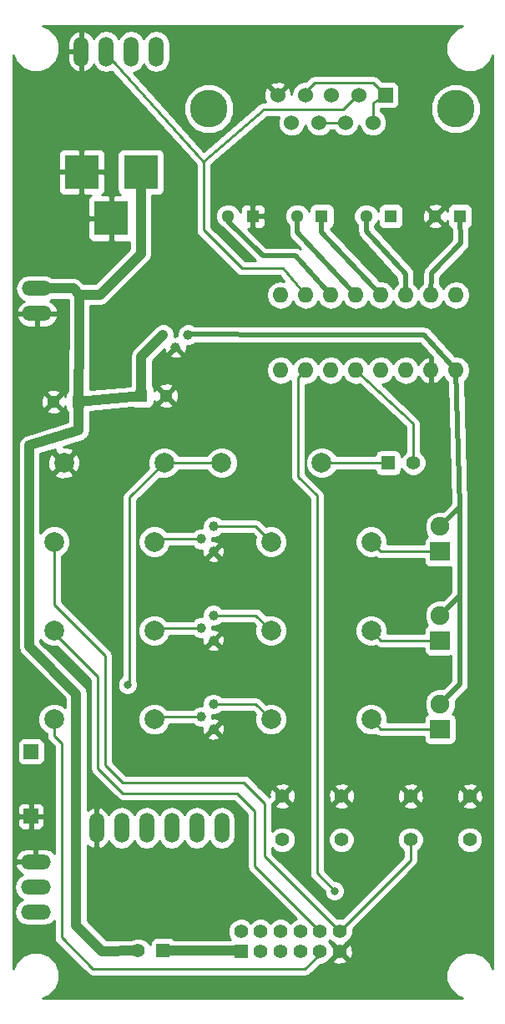
<source format=gbr>
G04 #@! TF.FileFunction,Copper,L1,Top,Signal*
%FSLAX46Y46*%
G04 Gerber Fmt 4.6, Leading zero omitted, Abs format (unit mm)*
G04 Created by KiCad (PCBNEW 4.0.5-e0-6337~49~ubuntu14.04.1) date Sun Feb 26 19:03:09 2017*
%MOMM*%
%LPD*%
G01*
G04 APERTURE LIST*
%ADD10C,0.100000*%
%ADD11R,1.300000X1.300000*%
%ADD12C,1.300000*%
%ADD13O,1.600000X1.600000*%
%ADD14C,1.400000*%
%ADD15R,1.400000X1.400000*%
%ADD16C,3.810000*%
%ADD17R,1.524000X1.524000*%
%ADD18C,1.524000*%
%ADD19C,1.998980*%
%ADD20C,1.397000*%
%ADD21O,3.014980X1.506220*%
%ADD22O,1.506220X3.014980*%
%ADD23R,3.500120X3.500120*%
%ADD24R,2.000000X1.900000*%
%ADD25C,1.900000*%
%ADD26R,1.397000X1.397000*%
%ADD27R,1.500000X1.500000*%
%ADD28C,1.000760*%
%ADD29C,0.800000*%
%ADD30C,1.000000*%
%ADD31C,0.500000*%
%ADD32C,0.250000*%
%ADD33C,0.254000*%
G04 APERTURE END LIST*
D10*
D11*
X163700000Y-88200000D03*
D12*
X166200000Y-88200000D03*
D11*
X157300000Y-88800000D03*
D12*
X154800000Y-88800000D03*
D11*
X189000000Y-70000000D03*
D12*
X186500000Y-70000000D03*
D11*
X182000000Y-70000000D03*
D12*
X179500000Y-70000000D03*
D11*
X196000000Y-70000000D03*
D12*
X193500000Y-70000000D03*
D11*
X175000000Y-70000000D03*
D12*
X172500000Y-70000000D03*
D13*
X195600000Y-78000000D03*
X193060000Y-78000000D03*
X190520000Y-78000000D03*
X187980000Y-78000000D03*
X185440000Y-78000000D03*
X182900000Y-78000000D03*
X180360000Y-78000000D03*
X177820000Y-78000000D03*
X177820000Y-85620000D03*
X180360000Y-85620000D03*
X182900000Y-85620000D03*
X185440000Y-85620000D03*
X187980000Y-85620000D03*
X190520000Y-85620000D03*
X193060000Y-85620000D03*
X195600000Y-85620000D03*
D14*
X177800000Y-144500000D03*
X175800000Y-144500000D03*
D15*
X173800000Y-144500000D03*
D14*
X179800000Y-144500000D03*
X181800000Y-144500000D03*
X183800000Y-144500000D03*
X183800000Y-142500000D03*
X181800000Y-142500000D03*
X179800000Y-142500000D03*
X177800000Y-142500000D03*
X175800000Y-142500000D03*
X173800000Y-142500000D03*
D16*
X170554000Y-59123000D03*
X195573000Y-59123000D03*
D17*
X188461000Y-57726000D03*
D18*
X185794000Y-57726000D03*
X183000000Y-57726000D03*
X180333000Y-57726000D03*
X177539000Y-57726000D03*
X187191000Y-60520000D03*
X184397000Y-60520000D03*
X181730000Y-60520000D03*
X178936000Y-60520000D03*
D19*
X182000000Y-95000000D03*
X171840000Y-95000000D03*
X187000000Y-103000000D03*
X176840000Y-103000000D03*
X165000000Y-112000000D03*
X154840000Y-112000000D03*
X187000000Y-112000000D03*
X176840000Y-112000000D03*
X165000000Y-121000000D03*
X154840000Y-121000000D03*
X187000000Y-121000000D03*
X176840000Y-121000000D03*
D20*
X184000000Y-128800000D03*
X184000000Y-133200000D03*
X178000000Y-128800000D03*
X178000000Y-133200000D03*
X197000000Y-128800000D03*
X197000000Y-133200000D03*
X191000000Y-128800000D03*
X191000000Y-133200000D03*
D21*
X153000000Y-135460000D03*
X153000000Y-138000000D03*
X153000000Y-140540000D03*
D22*
X157590000Y-53300000D03*
X165210000Y-53300000D03*
X162670000Y-53300000D03*
X160130000Y-53300000D03*
D23*
X163640140Y-65520000D03*
X157640660Y-65520000D03*
X160640400Y-70219000D03*
D24*
X194000000Y-104000000D03*
D25*
X194000000Y-101460000D03*
D24*
X194000000Y-113000000D03*
D25*
X194000000Y-110460000D03*
D24*
X194000000Y-122000000D03*
D25*
X194000000Y-119460000D03*
D26*
X188730000Y-95000000D03*
D20*
X191270000Y-95000000D03*
D19*
X166000000Y-95000000D03*
X155840000Y-95000000D03*
X165000000Y-103000000D03*
X154840000Y-103000000D03*
D21*
X153100000Y-77330000D03*
X153100000Y-79870000D03*
D22*
X159150000Y-132000000D03*
X161690000Y-132000000D03*
X164230000Y-132000000D03*
X166770000Y-132000000D03*
X169310000Y-132000000D03*
X171850000Y-132000000D03*
D27*
X152500000Y-130820000D03*
X152500000Y-124280000D03*
D28*
X169730000Y-102730000D03*
X171000000Y-101460000D03*
X171000000Y-104000000D03*
X169730000Y-111730000D03*
X171000000Y-110460000D03*
X171000000Y-113000000D03*
X169730000Y-120730000D03*
X171000000Y-119460000D03*
X171000000Y-122000000D03*
X167170000Y-83300000D03*
X165900000Y-82030000D03*
X168440000Y-82030000D03*
D26*
X165910000Y-144460000D03*
D20*
X163370000Y-144460000D03*
D29*
X183300000Y-138400000D03*
X162300000Y-117500000D03*
D30*
X165910000Y-144460000D02*
X173760000Y-144460000D01*
X173760000Y-144460000D02*
X173800000Y-144500000D01*
D31*
X168430000Y-81990000D02*
X172180000Y-81990000D01*
X172180000Y-81990000D02*
X175000000Y-82000000D01*
X175000000Y-82000000D02*
X192380000Y-82000000D01*
X196000000Y-108460000D02*
X196000000Y-117460000D01*
X196000000Y-117460000D02*
X194000000Y-119460000D01*
X196000000Y-99460000D02*
X196000000Y-108460000D01*
X196000000Y-108460000D02*
X194000000Y-110460000D01*
X195600000Y-85620000D02*
X196000000Y-99460000D01*
X196000000Y-99460000D02*
X194000000Y-101460000D01*
X192380000Y-82000000D02*
X195600000Y-85620000D01*
X186500000Y-70000000D02*
X186500000Y-71500000D01*
X186500000Y-71500000D02*
X190500000Y-75900000D01*
X190500000Y-75900000D02*
X190520000Y-78000000D01*
X182000000Y-70000000D02*
X182000000Y-71620000D01*
X182000000Y-71620000D02*
X187980000Y-78000000D01*
X179500000Y-70000000D02*
X179500000Y-71660000D01*
X179500000Y-71660000D02*
X185440000Y-78000000D01*
X196000000Y-70000000D02*
X196100000Y-72700000D01*
X196100000Y-72700000D02*
X193100000Y-75800000D01*
X193100000Y-75800000D02*
X193060000Y-78000000D01*
D32*
X172500000Y-70000000D02*
X172500000Y-70500000D01*
D31*
X172500000Y-70500000D02*
X176000000Y-74000000D01*
X179300000Y-74000000D02*
X182900000Y-78000000D01*
X176000000Y-74000000D02*
X179300000Y-74000000D01*
D32*
X194000000Y-122000000D02*
X188000000Y-122000000D01*
X188000000Y-122000000D02*
X187000000Y-121000000D01*
X194000000Y-113000000D02*
X188000000Y-113000000D01*
X188000000Y-113000000D02*
X187000000Y-112000000D01*
X194000000Y-104000000D02*
X188000000Y-104000000D01*
X188000000Y-104000000D02*
X187000000Y-103000000D01*
X180333000Y-57726000D02*
X180333000Y-57417000D01*
X180333000Y-57417000D02*
X181250000Y-56500000D01*
X181250000Y-56500000D02*
X187235000Y-56500000D01*
X187235000Y-56500000D02*
X188461000Y-57726000D01*
X187191000Y-60520000D02*
X187191000Y-58496000D01*
X187191000Y-58496000D02*
X188461000Y-57726000D01*
X185794000Y-57726000D02*
X185624000Y-57726000D01*
X185624000Y-57726000D02*
X184200000Y-59150000D01*
X170000000Y-64500000D02*
X160200000Y-53600000D01*
X176131253Y-59150000D02*
X170003125Y-64450000D01*
X184200000Y-59150000D02*
X176131253Y-59150000D01*
X178060000Y-75300000D02*
X180360000Y-78000000D01*
X173900000Y-75300000D02*
X178060000Y-75300000D01*
X170000000Y-71400000D02*
X173900000Y-75300000D01*
X170000000Y-64500000D02*
X170000000Y-71400000D01*
X181730000Y-60520000D02*
X184397000Y-60520000D01*
X179600000Y-88940000D02*
X179600000Y-86380000D01*
X179600000Y-86380000D02*
X180360000Y-85620000D01*
X183300000Y-138400000D02*
X181500000Y-136600000D01*
X181500000Y-136600000D02*
X181500000Y-98300000D01*
X181500000Y-98300000D02*
X179600000Y-96400000D01*
X179600000Y-96400000D02*
X179600000Y-88940000D01*
X179600000Y-88940000D02*
X179600000Y-88920000D01*
X154840000Y-109350000D02*
X154840000Y-103000000D01*
X154840000Y-109310000D02*
X154840000Y-109350000D01*
X154840000Y-109350000D02*
X160000000Y-114510000D01*
X160000000Y-114510000D02*
X160000000Y-125600000D01*
X160000000Y-125600000D02*
X161800000Y-127400000D01*
X161800000Y-127400000D02*
X174100000Y-127400000D01*
X174100000Y-127400000D02*
X176200000Y-129500000D01*
X176200000Y-129500000D02*
X176200000Y-134900000D01*
X176200000Y-134900000D02*
X183800000Y-142500000D01*
X191000000Y-133200000D02*
X191000000Y-135300000D01*
X191000000Y-135300000D02*
X183800000Y-142500000D01*
X154840000Y-112000000D02*
X154840000Y-112240000D01*
X154840000Y-112240000D02*
X159300000Y-116700000D01*
X159300000Y-116700000D02*
X159300000Y-126000000D01*
X159300000Y-126000000D02*
X161800000Y-128500000D01*
X161800000Y-128500000D02*
X173400000Y-128500000D01*
X173400000Y-128500000D02*
X175200000Y-130300000D01*
X175200000Y-130300000D02*
X175200000Y-135900000D01*
X175200000Y-135900000D02*
X181800000Y-142500000D01*
X162500000Y-98500000D02*
X166000000Y-95000000D01*
X162500000Y-117300000D02*
X162500000Y-98500000D01*
X162300000Y-117500000D02*
X162500000Y-117300000D01*
X171840000Y-95000000D02*
X166000000Y-95000000D01*
X169730000Y-120730000D02*
X165270000Y-120730000D01*
X165270000Y-120730000D02*
X165000000Y-121000000D01*
X171000000Y-119460000D02*
X175300000Y-119460000D01*
X175300000Y-119460000D02*
X176840000Y-121000000D01*
X169730000Y-111730000D02*
X165270000Y-111730000D01*
X165270000Y-111730000D02*
X165000000Y-112000000D01*
X171000000Y-110460000D02*
X175300000Y-110460000D01*
X175300000Y-110460000D02*
X176840000Y-112000000D01*
X169730000Y-102730000D02*
X165270000Y-102730000D01*
X165270000Y-102730000D02*
X165000000Y-103000000D01*
X171000000Y-101460000D02*
X175300000Y-101460000D01*
X175300000Y-101460000D02*
X176840000Y-103000000D01*
X188730000Y-95000000D02*
X182000000Y-95000000D01*
X191270000Y-95000000D02*
X191270000Y-91050000D01*
X191270000Y-91050000D02*
X185440000Y-85620000D01*
X155600000Y-143100000D02*
X158800000Y-146300000D01*
X155600000Y-123400000D02*
X155600000Y-143100000D01*
X154840000Y-121000000D02*
X154840000Y-122640000D01*
X180300000Y-146300000D02*
X181600000Y-145000000D01*
X158800000Y-146300000D02*
X180300000Y-146300000D01*
X154840000Y-122640000D02*
X155600000Y-123400000D01*
D30*
X157399753Y-77939753D02*
X159500247Y-77939753D01*
X163640140Y-73799860D02*
X163640140Y-65520000D01*
X159500247Y-77939753D02*
X163640140Y-73799860D01*
X157399753Y-79459651D02*
X157399753Y-77939753D01*
X156790000Y-77330000D02*
X153100000Y-77330000D01*
X157399753Y-77939753D02*
X156790000Y-77330000D01*
X163700000Y-88200000D02*
X163700000Y-84230000D01*
X163700000Y-84230000D02*
X165900000Y-82030000D01*
X163220000Y-144460000D02*
X159700000Y-144500000D01*
X157356349Y-91699012D02*
X157399753Y-79459651D01*
X157399753Y-79459651D02*
X157400000Y-79390000D01*
X152330000Y-93250000D02*
X157356349Y-91699012D01*
X152330000Y-113660000D02*
X152330000Y-93250000D01*
X157080000Y-118410000D02*
X152330000Y-113660000D01*
X157080000Y-141880000D02*
X157080000Y-118410000D01*
X159700000Y-144500000D02*
X157080000Y-141880000D01*
X163700000Y-88200000D02*
X157300000Y-88800000D01*
X157300000Y-88800000D02*
X157400000Y-88900000D01*
X157300000Y-88800000D02*
X157300000Y-88800000D01*
D33*
G36*
X195650771Y-50976916D02*
X194979274Y-51647242D01*
X194615415Y-52523513D01*
X194614587Y-53472325D01*
X194976916Y-54349229D01*
X195647242Y-55020726D01*
X196523513Y-55384585D01*
X197472325Y-55385413D01*
X198349229Y-55023084D01*
X199020726Y-54352758D01*
X199290000Y-53704273D01*
X199290000Y-146296758D01*
X199023084Y-145650771D01*
X198352758Y-144979274D01*
X197476487Y-144615415D01*
X196527675Y-144614587D01*
X195650771Y-144976916D01*
X194979274Y-145647242D01*
X194615415Y-146523513D01*
X194614587Y-147472325D01*
X194976916Y-148349229D01*
X195647242Y-149020726D01*
X196295727Y-149290000D01*
X153703242Y-149290000D01*
X154349229Y-149023084D01*
X155020726Y-148352758D01*
X155384585Y-147476487D01*
X155385413Y-146527675D01*
X155023084Y-145650771D01*
X154352758Y-144979274D01*
X153476487Y-144615415D01*
X152527675Y-144614587D01*
X151650771Y-144976916D01*
X150979274Y-145647242D01*
X150710000Y-146295727D01*
X150710000Y-138000000D01*
X150815536Y-138000000D01*
X150921200Y-138531207D01*
X151222104Y-138981542D01*
X151653812Y-139270000D01*
X151222104Y-139558458D01*
X150921200Y-140008793D01*
X150815536Y-140540000D01*
X150921200Y-141071207D01*
X151222104Y-141521542D01*
X151672439Y-141822446D01*
X152203646Y-141928110D01*
X153796354Y-141928110D01*
X154327561Y-141822446D01*
X154777896Y-141521542D01*
X154840000Y-141428597D01*
X154840000Y-143100000D01*
X154897852Y-143390839D01*
X155062599Y-143637401D01*
X158262599Y-146837401D01*
X158509160Y-147002148D01*
X158800000Y-147060000D01*
X180300000Y-147060000D01*
X180590839Y-147002148D01*
X180837401Y-146837401D01*
X181839767Y-145835035D01*
X182064383Y-145835231D01*
X182555229Y-145632418D01*
X182752716Y-145435275D01*
X183044331Y-145435275D01*
X183106169Y-145671042D01*
X183607122Y-145847419D01*
X184137440Y-145818664D01*
X184493831Y-145671042D01*
X184555669Y-145435275D01*
X183800000Y-144679605D01*
X183044331Y-145435275D01*
X182752716Y-145435275D01*
X182931098Y-145257204D01*
X182979319Y-145141075D01*
X183620395Y-144500000D01*
X183979605Y-144500000D01*
X184735275Y-145255669D01*
X184971042Y-145193831D01*
X185147419Y-144692878D01*
X185118664Y-144162560D01*
X184971042Y-143806169D01*
X184735275Y-143744331D01*
X183979605Y-144500000D01*
X183620395Y-144500000D01*
X182979773Y-143859379D01*
X182932418Y-143744771D01*
X182687976Y-143499902D01*
X182800098Y-143387976D01*
X183042796Y-143631098D01*
X183158925Y-143679319D01*
X183800000Y-144320395D01*
X184440621Y-143679773D01*
X184555229Y-143632418D01*
X184931098Y-143257204D01*
X185134768Y-142766713D01*
X185135228Y-142239574D01*
X191537401Y-135837401D01*
X191702148Y-135590839D01*
X191760000Y-135300000D01*
X191760000Y-134325536D01*
X192129827Y-133956353D01*
X192333268Y-133466413D01*
X192333270Y-133464086D01*
X195666269Y-133464086D01*
X195868854Y-133954380D01*
X196243647Y-134329827D01*
X196733587Y-134533268D01*
X197264086Y-134533731D01*
X197754380Y-134331146D01*
X198129827Y-133956353D01*
X198333268Y-133466413D01*
X198333731Y-132935914D01*
X198131146Y-132445620D01*
X197756353Y-132070173D01*
X197266413Y-131866732D01*
X196735914Y-131866269D01*
X196245620Y-132068854D01*
X195870173Y-132443647D01*
X195666732Y-132933587D01*
X195666269Y-133464086D01*
X192333270Y-133464086D01*
X192333731Y-132935914D01*
X192131146Y-132445620D01*
X191756353Y-132070173D01*
X191266413Y-131866732D01*
X190735914Y-131866269D01*
X190245620Y-132068854D01*
X189870173Y-132443647D01*
X189666732Y-132933587D01*
X189666269Y-133464086D01*
X189868854Y-133954380D01*
X190240000Y-134326174D01*
X190240000Y-134985198D01*
X184059972Y-141165226D01*
X183539574Y-141164772D01*
X176960000Y-134585198D01*
X176960000Y-134045685D01*
X177243647Y-134329827D01*
X177733587Y-134533268D01*
X178264086Y-134533731D01*
X178754380Y-134331146D01*
X179129827Y-133956353D01*
X179333268Y-133466413D01*
X179333731Y-132935914D01*
X179131146Y-132445620D01*
X178756353Y-132070173D01*
X178266413Y-131866732D01*
X177735914Y-131866269D01*
X177245620Y-132068854D01*
X176960000Y-132353976D01*
X176960000Y-129734188D01*
X177245417Y-129734188D01*
X177307071Y-129969800D01*
X177807480Y-130145927D01*
X178337199Y-130117148D01*
X178692929Y-129969800D01*
X178754583Y-129734188D01*
X178000000Y-128979605D01*
X177245417Y-129734188D01*
X176960000Y-129734188D01*
X176960000Y-129526895D01*
X177065812Y-129554583D01*
X177820395Y-128800000D01*
X178179605Y-128800000D01*
X178934188Y-129554583D01*
X179169800Y-129492929D01*
X179345927Y-128992520D01*
X179317148Y-128462801D01*
X179169800Y-128107071D01*
X178934188Y-128045417D01*
X178179605Y-128800000D01*
X177820395Y-128800000D01*
X177065812Y-128045417D01*
X176830200Y-128107071D01*
X176654073Y-128607480D01*
X176669687Y-128894885D01*
X175640614Y-127865812D01*
X177245417Y-127865812D01*
X178000000Y-128620395D01*
X178754583Y-127865812D01*
X178692929Y-127630200D01*
X178192520Y-127454073D01*
X177662801Y-127482852D01*
X177307071Y-127630200D01*
X177245417Y-127865812D01*
X175640614Y-127865812D01*
X174637401Y-126862599D01*
X174390839Y-126697852D01*
X174100000Y-126640000D01*
X162114802Y-126640000D01*
X160760000Y-125285198D01*
X160760000Y-122790381D01*
X170389224Y-122790381D01*
X170426418Y-123005532D01*
X170854880Y-123148491D01*
X171305435Y-123116602D01*
X171573582Y-123005532D01*
X171610776Y-122790381D01*
X171000000Y-122179605D01*
X170389224Y-122790381D01*
X160760000Y-122790381D01*
X160760000Y-121323694D01*
X163365226Y-121323694D01*
X163613538Y-121924655D01*
X164072927Y-122384846D01*
X164673453Y-122634206D01*
X165323694Y-122634774D01*
X165924655Y-122386462D01*
X166384846Y-121927073D01*
X166566334Y-121490000D01*
X168884405Y-121490000D01*
X169086019Y-121691967D01*
X169503168Y-121865182D01*
X169852260Y-121865487D01*
X169883398Y-122305435D01*
X169994468Y-122573582D01*
X170209619Y-122610776D01*
X170820395Y-122000000D01*
X171179605Y-122000000D01*
X171790381Y-122610776D01*
X172005532Y-122573582D01*
X172148491Y-122145120D01*
X172116602Y-121694565D01*
X172005532Y-121426418D01*
X171790381Y-121389224D01*
X171179605Y-122000000D01*
X170820395Y-122000000D01*
X170806253Y-121985858D01*
X170985858Y-121806253D01*
X171000000Y-121820395D01*
X171610776Y-121209619D01*
X171573582Y-120994468D01*
X171145120Y-120851509D01*
X170865257Y-120871317D01*
X170865497Y-120595263D01*
X171224850Y-120595576D01*
X171642301Y-120423089D01*
X171845745Y-120220000D01*
X174985198Y-120220000D01*
X175274115Y-120508917D01*
X175205794Y-120673453D01*
X175205226Y-121323694D01*
X175453538Y-121924655D01*
X175912927Y-122384846D01*
X176513453Y-122634206D01*
X177163694Y-122634774D01*
X177764655Y-122386462D01*
X178224846Y-121927073D01*
X178474206Y-121326547D01*
X178474774Y-120676306D01*
X178226462Y-120075345D01*
X177767073Y-119615154D01*
X177166547Y-119365794D01*
X176516306Y-119365226D01*
X176349111Y-119434309D01*
X175837401Y-118922599D01*
X175590839Y-118757852D01*
X175300000Y-118700000D01*
X171845595Y-118700000D01*
X171643981Y-118498033D01*
X171226832Y-118324818D01*
X170775150Y-118324424D01*
X170357699Y-118496911D01*
X170038033Y-118816019D01*
X169864818Y-119233168D01*
X169864503Y-119594737D01*
X169505150Y-119594424D01*
X169087699Y-119766911D01*
X168884255Y-119970000D01*
X166281301Y-119970000D01*
X165927073Y-119615154D01*
X165326547Y-119365794D01*
X164676306Y-119365226D01*
X164075345Y-119613538D01*
X163615154Y-120072927D01*
X163365794Y-120673453D01*
X163365226Y-121323694D01*
X160760000Y-121323694D01*
X160760000Y-117704971D01*
X161264821Y-117704971D01*
X161422058Y-118085515D01*
X161712954Y-118376919D01*
X162093223Y-118534820D01*
X162504971Y-118535179D01*
X162885515Y-118377942D01*
X163176919Y-118087046D01*
X163334820Y-117706777D01*
X163335179Y-117295029D01*
X163260000Y-117113081D01*
X163260000Y-113790381D01*
X170389224Y-113790381D01*
X170426418Y-114005532D01*
X170854880Y-114148491D01*
X171305435Y-114116602D01*
X171573582Y-114005532D01*
X171610776Y-113790381D01*
X171000000Y-113179605D01*
X170389224Y-113790381D01*
X163260000Y-113790381D01*
X163260000Y-112323694D01*
X163365226Y-112323694D01*
X163613538Y-112924655D01*
X164072927Y-113384846D01*
X164673453Y-113634206D01*
X165323694Y-113634774D01*
X165924655Y-113386462D01*
X166384846Y-112927073D01*
X166566334Y-112490000D01*
X168884405Y-112490000D01*
X169086019Y-112691967D01*
X169503168Y-112865182D01*
X169852260Y-112865487D01*
X169883398Y-113305435D01*
X169994468Y-113573582D01*
X170209619Y-113610776D01*
X170820395Y-113000000D01*
X171179605Y-113000000D01*
X171790381Y-113610776D01*
X172005532Y-113573582D01*
X172148491Y-113145120D01*
X172116602Y-112694565D01*
X172005532Y-112426418D01*
X171790381Y-112389224D01*
X171179605Y-113000000D01*
X170820395Y-113000000D01*
X170806253Y-112985858D01*
X170985858Y-112806253D01*
X171000000Y-112820395D01*
X171610776Y-112209619D01*
X171573582Y-111994468D01*
X171145120Y-111851509D01*
X170865257Y-111871317D01*
X170865497Y-111595263D01*
X171224850Y-111595576D01*
X171642301Y-111423089D01*
X171845745Y-111220000D01*
X174985198Y-111220000D01*
X175274115Y-111508917D01*
X175205794Y-111673453D01*
X175205226Y-112323694D01*
X175453538Y-112924655D01*
X175912927Y-113384846D01*
X176513453Y-113634206D01*
X177163694Y-113634774D01*
X177764655Y-113386462D01*
X178224846Y-112927073D01*
X178474206Y-112326547D01*
X178474774Y-111676306D01*
X178226462Y-111075345D01*
X177767073Y-110615154D01*
X177166547Y-110365794D01*
X176516306Y-110365226D01*
X176349111Y-110434309D01*
X175837401Y-109922599D01*
X175590839Y-109757852D01*
X175300000Y-109700000D01*
X171845595Y-109700000D01*
X171643981Y-109498033D01*
X171226832Y-109324818D01*
X170775150Y-109324424D01*
X170357699Y-109496911D01*
X170038033Y-109816019D01*
X169864818Y-110233168D01*
X169864503Y-110594737D01*
X169505150Y-110594424D01*
X169087699Y-110766911D01*
X168884255Y-110970000D01*
X166281301Y-110970000D01*
X165927073Y-110615154D01*
X165326547Y-110365794D01*
X164676306Y-110365226D01*
X164075345Y-110613538D01*
X163615154Y-111072927D01*
X163365794Y-111673453D01*
X163365226Y-112323694D01*
X163260000Y-112323694D01*
X163260000Y-104790381D01*
X170389224Y-104790381D01*
X170426418Y-105005532D01*
X170854880Y-105148491D01*
X171305435Y-105116602D01*
X171573582Y-105005532D01*
X171610776Y-104790381D01*
X171000000Y-104179605D01*
X170389224Y-104790381D01*
X163260000Y-104790381D01*
X163260000Y-103323694D01*
X163365226Y-103323694D01*
X163613538Y-103924655D01*
X164072927Y-104384846D01*
X164673453Y-104634206D01*
X165323694Y-104634774D01*
X165924655Y-104386462D01*
X166384846Y-103927073D01*
X166566334Y-103490000D01*
X168884405Y-103490000D01*
X169086019Y-103691967D01*
X169503168Y-103865182D01*
X169852260Y-103865487D01*
X169883398Y-104305435D01*
X169994468Y-104573582D01*
X170209619Y-104610776D01*
X170820395Y-104000000D01*
X171179605Y-104000000D01*
X171790381Y-104610776D01*
X172005532Y-104573582D01*
X172148491Y-104145120D01*
X172116602Y-103694565D01*
X172005532Y-103426418D01*
X171790381Y-103389224D01*
X171179605Y-104000000D01*
X170820395Y-104000000D01*
X170806253Y-103985858D01*
X170985858Y-103806253D01*
X171000000Y-103820395D01*
X171610776Y-103209619D01*
X171573582Y-102994468D01*
X171145120Y-102851509D01*
X170865257Y-102871317D01*
X170865497Y-102595263D01*
X171224850Y-102595576D01*
X171642301Y-102423089D01*
X171845745Y-102220000D01*
X174985198Y-102220000D01*
X175274115Y-102508917D01*
X175205794Y-102673453D01*
X175205226Y-103323694D01*
X175453538Y-103924655D01*
X175912927Y-104384846D01*
X176513453Y-104634206D01*
X177163694Y-104634774D01*
X177764655Y-104386462D01*
X178224846Y-103927073D01*
X178474206Y-103326547D01*
X178474774Y-102676306D01*
X178226462Y-102075345D01*
X177767073Y-101615154D01*
X177166547Y-101365794D01*
X176516306Y-101365226D01*
X176349111Y-101434309D01*
X175837401Y-100922599D01*
X175590839Y-100757852D01*
X175300000Y-100700000D01*
X171845595Y-100700000D01*
X171643981Y-100498033D01*
X171226832Y-100324818D01*
X170775150Y-100324424D01*
X170357699Y-100496911D01*
X170038033Y-100816019D01*
X169864818Y-101233168D01*
X169864503Y-101594737D01*
X169505150Y-101594424D01*
X169087699Y-101766911D01*
X168884255Y-101970000D01*
X166281301Y-101970000D01*
X165927073Y-101615154D01*
X165326547Y-101365794D01*
X164676306Y-101365226D01*
X164075345Y-101613538D01*
X163615154Y-102072927D01*
X163365794Y-102673453D01*
X163365226Y-103323694D01*
X163260000Y-103323694D01*
X163260000Y-98814802D01*
X165508917Y-96565885D01*
X165673453Y-96634206D01*
X166323694Y-96634774D01*
X166924655Y-96386462D01*
X167384846Y-95927073D01*
X167454221Y-95760000D01*
X170385504Y-95760000D01*
X170453538Y-95924655D01*
X170912927Y-96384846D01*
X171513453Y-96634206D01*
X172163694Y-96634774D01*
X172764655Y-96386462D01*
X173224846Y-95927073D01*
X173474206Y-95326547D01*
X173474774Y-94676306D01*
X173226462Y-94075345D01*
X172767073Y-93615154D01*
X172166547Y-93365794D01*
X171516306Y-93365226D01*
X170915345Y-93613538D01*
X170455154Y-94072927D01*
X170385779Y-94240000D01*
X167454496Y-94240000D01*
X167386462Y-94075345D01*
X166927073Y-93615154D01*
X166326547Y-93365794D01*
X165676306Y-93365226D01*
X165075345Y-93613538D01*
X164615154Y-94072927D01*
X164365794Y-94673453D01*
X164365226Y-95323694D01*
X164434309Y-95490889D01*
X161962599Y-97962599D01*
X161797852Y-98209161D01*
X161740000Y-98500000D01*
X161740000Y-116611515D01*
X161714485Y-116622058D01*
X161423081Y-116912954D01*
X161265180Y-117293223D01*
X161264821Y-117704971D01*
X160760000Y-117704971D01*
X160760000Y-114510000D01*
X160702148Y-114219161D01*
X160537401Y-113972599D01*
X155600000Y-109035198D01*
X155600000Y-104454496D01*
X155764655Y-104386462D01*
X156224846Y-103927073D01*
X156474206Y-103326547D01*
X156474774Y-102676306D01*
X156226462Y-102075345D01*
X155767073Y-101615154D01*
X155166547Y-101365794D01*
X154516306Y-101365226D01*
X153915345Y-101613538D01*
X153465000Y-102063098D01*
X153465000Y-96152163D01*
X154867443Y-96152163D01*
X154966042Y-96418965D01*
X155575582Y-96645401D01*
X156225377Y-96621341D01*
X156713958Y-96418965D01*
X156812557Y-96152163D01*
X155840000Y-95179605D01*
X154867443Y-96152163D01*
X153465000Y-96152163D01*
X153465000Y-94735582D01*
X154194599Y-94735582D01*
X154218659Y-95385377D01*
X154421035Y-95873958D01*
X154687837Y-95972557D01*
X155660395Y-95000000D01*
X156019605Y-95000000D01*
X156992163Y-95972557D01*
X157258965Y-95873958D01*
X157485401Y-95264418D01*
X157461341Y-94614623D01*
X157258965Y-94126042D01*
X156992163Y-94027443D01*
X156019605Y-95000000D01*
X155660395Y-95000000D01*
X154687837Y-94027443D01*
X154421035Y-94126042D01*
X154194599Y-94735582D01*
X153465000Y-94735582D01*
X153465000Y-94087578D01*
X154947954Y-93629981D01*
X154867443Y-93847837D01*
X155840000Y-94820395D01*
X156812557Y-93847837D01*
X156713958Y-93581035D01*
X156104418Y-93354599D01*
X155804394Y-93365708D01*
X157691007Y-92783553D01*
X157736365Y-92759029D01*
X157786974Y-92749149D01*
X157929810Y-92654440D01*
X158080569Y-92572929D01*
X158113090Y-92532913D01*
X158156064Y-92504419D01*
X158251784Y-92362258D01*
X158359874Y-92229259D01*
X158374606Y-92179846D01*
X158403405Y-92137074D01*
X158437437Y-91969102D01*
X158486402Y-91804864D01*
X158481103Y-91753575D01*
X158491342Y-91703037D01*
X158497993Y-89827665D01*
X162769923Y-89427172D01*
X162798110Y-89446431D01*
X163050000Y-89497440D01*
X164350000Y-89497440D01*
X164585317Y-89453162D01*
X164801441Y-89314090D01*
X164946431Y-89101890D01*
X164947012Y-89099016D01*
X165480590Y-89099016D01*
X165536271Y-89329611D01*
X166019078Y-89497622D01*
X166529428Y-89468083D01*
X166863729Y-89329611D01*
X166919410Y-89099016D01*
X166200000Y-88379605D01*
X165480590Y-89099016D01*
X164947012Y-89099016D01*
X164997440Y-88850000D01*
X164997440Y-88687615D01*
X165070389Y-88863729D01*
X165300984Y-88919410D01*
X166020395Y-88200000D01*
X166379605Y-88200000D01*
X167099016Y-88919410D01*
X167329611Y-88863729D01*
X167497622Y-88380922D01*
X167468083Y-87870572D01*
X167329611Y-87536271D01*
X167099016Y-87480590D01*
X166379605Y-88200000D01*
X166020395Y-88200000D01*
X165300984Y-87480590D01*
X165070389Y-87536271D01*
X164997440Y-87745902D01*
X164997440Y-87550000D01*
X164953162Y-87314683D01*
X164944347Y-87300984D01*
X165480590Y-87300984D01*
X166200000Y-88020395D01*
X166919410Y-87300984D01*
X166863729Y-87070389D01*
X166380922Y-86902378D01*
X165870572Y-86931917D01*
X165536271Y-87070389D01*
X165480590Y-87300984D01*
X164944347Y-87300984D01*
X164835000Y-87131054D01*
X164835000Y-85591887D01*
X176385000Y-85591887D01*
X176385000Y-85648113D01*
X176494233Y-86197264D01*
X176805302Y-86662811D01*
X177270849Y-86973880D01*
X177820000Y-87083113D01*
X178369151Y-86973880D01*
X178834698Y-86662811D01*
X178840000Y-86654876D01*
X178840000Y-96400000D01*
X178897852Y-96690839D01*
X179062599Y-96937401D01*
X180740000Y-98614802D01*
X180740000Y-136600000D01*
X180797852Y-136890839D01*
X180962599Y-137137401D01*
X182264965Y-138439767D01*
X182264821Y-138604971D01*
X182422058Y-138985515D01*
X182712954Y-139276919D01*
X183093223Y-139434820D01*
X183504971Y-139435179D01*
X183885515Y-139277942D01*
X184176919Y-138987046D01*
X184334820Y-138606777D01*
X184335179Y-138195029D01*
X184177942Y-137814485D01*
X183887046Y-137523081D01*
X183506777Y-137365180D01*
X183339836Y-137365034D01*
X182260000Y-136285198D01*
X182260000Y-133464086D01*
X182666269Y-133464086D01*
X182868854Y-133954380D01*
X183243647Y-134329827D01*
X183733587Y-134533268D01*
X184264086Y-134533731D01*
X184754380Y-134331146D01*
X185129827Y-133956353D01*
X185333268Y-133466413D01*
X185333731Y-132935914D01*
X185131146Y-132445620D01*
X184756353Y-132070173D01*
X184266413Y-131866732D01*
X183735914Y-131866269D01*
X183245620Y-132068854D01*
X182870173Y-132443647D01*
X182666732Y-132933587D01*
X182666269Y-133464086D01*
X182260000Y-133464086D01*
X182260000Y-129734188D01*
X183245417Y-129734188D01*
X183307071Y-129969800D01*
X183807480Y-130145927D01*
X184337199Y-130117148D01*
X184692929Y-129969800D01*
X184754583Y-129734188D01*
X190245417Y-129734188D01*
X190307071Y-129969800D01*
X190807480Y-130145927D01*
X191337199Y-130117148D01*
X191692929Y-129969800D01*
X191754583Y-129734188D01*
X196245417Y-129734188D01*
X196307071Y-129969800D01*
X196807480Y-130145927D01*
X197337199Y-130117148D01*
X197692929Y-129969800D01*
X197754583Y-129734188D01*
X197000000Y-128979605D01*
X196245417Y-129734188D01*
X191754583Y-129734188D01*
X191000000Y-128979605D01*
X190245417Y-129734188D01*
X184754583Y-129734188D01*
X184000000Y-128979605D01*
X183245417Y-129734188D01*
X182260000Y-129734188D01*
X182260000Y-128607480D01*
X182654073Y-128607480D01*
X182682852Y-129137199D01*
X182830200Y-129492929D01*
X183065812Y-129554583D01*
X183820395Y-128800000D01*
X184179605Y-128800000D01*
X184934188Y-129554583D01*
X185169800Y-129492929D01*
X185345927Y-128992520D01*
X185325009Y-128607480D01*
X189654073Y-128607480D01*
X189682852Y-129137199D01*
X189830200Y-129492929D01*
X190065812Y-129554583D01*
X190820395Y-128800000D01*
X191179605Y-128800000D01*
X191934188Y-129554583D01*
X192169800Y-129492929D01*
X192345927Y-128992520D01*
X192325009Y-128607480D01*
X195654073Y-128607480D01*
X195682852Y-129137199D01*
X195830200Y-129492929D01*
X196065812Y-129554583D01*
X196820395Y-128800000D01*
X197179605Y-128800000D01*
X197934188Y-129554583D01*
X198169800Y-129492929D01*
X198345927Y-128992520D01*
X198317148Y-128462801D01*
X198169800Y-128107071D01*
X197934188Y-128045417D01*
X197179605Y-128800000D01*
X196820395Y-128800000D01*
X196065812Y-128045417D01*
X195830200Y-128107071D01*
X195654073Y-128607480D01*
X192325009Y-128607480D01*
X192317148Y-128462801D01*
X192169800Y-128107071D01*
X191934188Y-128045417D01*
X191179605Y-128800000D01*
X190820395Y-128800000D01*
X190065812Y-128045417D01*
X189830200Y-128107071D01*
X189654073Y-128607480D01*
X185325009Y-128607480D01*
X185317148Y-128462801D01*
X185169800Y-128107071D01*
X184934188Y-128045417D01*
X184179605Y-128800000D01*
X183820395Y-128800000D01*
X183065812Y-128045417D01*
X182830200Y-128107071D01*
X182654073Y-128607480D01*
X182260000Y-128607480D01*
X182260000Y-127865812D01*
X183245417Y-127865812D01*
X184000000Y-128620395D01*
X184754583Y-127865812D01*
X190245417Y-127865812D01*
X191000000Y-128620395D01*
X191754583Y-127865812D01*
X196245417Y-127865812D01*
X197000000Y-128620395D01*
X197754583Y-127865812D01*
X197692929Y-127630200D01*
X197192520Y-127454073D01*
X196662801Y-127482852D01*
X196307071Y-127630200D01*
X196245417Y-127865812D01*
X191754583Y-127865812D01*
X191692929Y-127630200D01*
X191192520Y-127454073D01*
X190662801Y-127482852D01*
X190307071Y-127630200D01*
X190245417Y-127865812D01*
X184754583Y-127865812D01*
X184692929Y-127630200D01*
X184192520Y-127454073D01*
X183662801Y-127482852D01*
X183307071Y-127630200D01*
X183245417Y-127865812D01*
X182260000Y-127865812D01*
X182260000Y-98300000D01*
X182202148Y-98009161D01*
X182037401Y-97762599D01*
X180360000Y-96085198D01*
X180360000Y-87083113D01*
X180909151Y-86973880D01*
X181374698Y-86662811D01*
X181630000Y-86280725D01*
X181885302Y-86662811D01*
X182350849Y-86973880D01*
X182900000Y-87083113D01*
X183449151Y-86973880D01*
X183914698Y-86662811D01*
X184170000Y-86280725D01*
X184425302Y-86662811D01*
X184890849Y-86973880D01*
X185440000Y-87083113D01*
X185815587Y-87008404D01*
X190510000Y-91380730D01*
X190510000Y-93874464D01*
X190140173Y-94243647D01*
X190075940Y-94398337D01*
X190075940Y-94301500D01*
X190031662Y-94066183D01*
X189892590Y-93850059D01*
X189680390Y-93705069D01*
X189428500Y-93654060D01*
X188031500Y-93654060D01*
X187796183Y-93698338D01*
X187580059Y-93837410D01*
X187435069Y-94049610D01*
X187396514Y-94240000D01*
X183454496Y-94240000D01*
X183386462Y-94075345D01*
X182927073Y-93615154D01*
X182326547Y-93365794D01*
X181676306Y-93365226D01*
X181075345Y-93613538D01*
X180615154Y-94072927D01*
X180365794Y-94673453D01*
X180365226Y-95323694D01*
X180613538Y-95924655D01*
X181072927Y-96384846D01*
X181673453Y-96634206D01*
X182323694Y-96634774D01*
X182924655Y-96386462D01*
X183384846Y-95927073D01*
X183454221Y-95760000D01*
X187395632Y-95760000D01*
X187428338Y-95933817D01*
X187567410Y-96149941D01*
X187779610Y-96294931D01*
X188031500Y-96345940D01*
X189428500Y-96345940D01*
X189663817Y-96301662D01*
X189879941Y-96162590D01*
X190024931Y-95950390D01*
X190075940Y-95698500D01*
X190075940Y-95602116D01*
X190138854Y-95754380D01*
X190513647Y-96129827D01*
X191003587Y-96333268D01*
X191534086Y-96333731D01*
X192024380Y-96131146D01*
X192399827Y-95756353D01*
X192603268Y-95266413D01*
X192603731Y-94735914D01*
X192401146Y-94245620D01*
X192030000Y-93873826D01*
X192030000Y-91050000D01*
X192027325Y-91036553D01*
X192029521Y-91023019D01*
X191998492Y-90891599D01*
X191972148Y-90759161D01*
X191964531Y-90747761D01*
X191961380Y-90734417D01*
X191882420Y-90624873D01*
X191807401Y-90512599D01*
X191796002Y-90504982D01*
X191787984Y-90493859D01*
X188100295Y-87059185D01*
X188529151Y-86973880D01*
X188994698Y-86662811D01*
X189250000Y-86280725D01*
X189505302Y-86662811D01*
X189970849Y-86973880D01*
X190520000Y-87083113D01*
X191069151Y-86973880D01*
X191534698Y-86662811D01*
X191804986Y-86258297D01*
X191907611Y-86475134D01*
X192322577Y-86851041D01*
X192710961Y-87011904D01*
X192933000Y-86889915D01*
X192933000Y-85747000D01*
X192913000Y-85747000D01*
X192913000Y-85493000D01*
X192933000Y-85493000D01*
X192933000Y-84350085D01*
X192710961Y-84228096D01*
X192322577Y-84388959D01*
X191907611Y-84764866D01*
X191804986Y-84981703D01*
X191534698Y-84577189D01*
X191069151Y-84266120D01*
X190520000Y-84156887D01*
X189970849Y-84266120D01*
X189505302Y-84577189D01*
X189250000Y-84959275D01*
X188994698Y-84577189D01*
X188529151Y-84266120D01*
X187980000Y-84156887D01*
X187430849Y-84266120D01*
X186965302Y-84577189D01*
X186710000Y-84959275D01*
X186454698Y-84577189D01*
X185989151Y-84266120D01*
X185440000Y-84156887D01*
X184890849Y-84266120D01*
X184425302Y-84577189D01*
X184170000Y-84959275D01*
X183914698Y-84577189D01*
X183449151Y-84266120D01*
X182900000Y-84156887D01*
X182350849Y-84266120D01*
X181885302Y-84577189D01*
X181630000Y-84959275D01*
X181374698Y-84577189D01*
X180909151Y-84266120D01*
X180360000Y-84156887D01*
X179810849Y-84266120D01*
X179345302Y-84577189D01*
X179090000Y-84959275D01*
X178834698Y-84577189D01*
X178369151Y-84266120D01*
X177820000Y-84156887D01*
X177270849Y-84266120D01*
X176805302Y-84577189D01*
X176494233Y-85042736D01*
X176385000Y-85591887D01*
X164835000Y-85591887D01*
X164835000Y-84700132D01*
X165444751Y-84090381D01*
X166559224Y-84090381D01*
X166596418Y-84305532D01*
X167024880Y-84448491D01*
X167475435Y-84416602D01*
X167743582Y-84305532D01*
X167780776Y-84090381D01*
X167170000Y-83479605D01*
X166559224Y-84090381D01*
X165444751Y-84090381D01*
X166045222Y-83489910D01*
X166053398Y-83605435D01*
X166164468Y-83873582D01*
X166379619Y-83910776D01*
X166990395Y-83300000D01*
X166976253Y-83285858D01*
X167155858Y-83106253D01*
X167170000Y-83120395D01*
X167184143Y-83106253D01*
X167363748Y-83285858D01*
X167349605Y-83300000D01*
X167960381Y-83910776D01*
X168175532Y-83873582D01*
X168318491Y-83445120D01*
X168298683Y-83165257D01*
X168664850Y-83165576D01*
X169082301Y-82993089D01*
X169200596Y-82875000D01*
X172178554Y-82875000D01*
X174996862Y-82884994D01*
X174998430Y-82884688D01*
X175000000Y-82885000D01*
X191982758Y-82885000D01*
X193253471Y-84313565D01*
X193187000Y-84350085D01*
X193187000Y-85493000D01*
X193207000Y-85493000D01*
X193207000Y-85747000D01*
X193187000Y-85747000D01*
X193187000Y-86889915D01*
X193409039Y-87011904D01*
X193797423Y-86851041D01*
X194212389Y-86475134D01*
X194315014Y-86258297D01*
X194585302Y-86662811D01*
X194747909Y-86771462D01*
X195104343Y-99104078D01*
X194328308Y-99880113D01*
X194316659Y-99875276D01*
X193686107Y-99874725D01*
X193103343Y-100115519D01*
X192657086Y-100560997D01*
X192415276Y-101143341D01*
X192414725Y-101773893D01*
X192655519Y-102356657D01*
X192753029Y-102454337D01*
X192548559Y-102585910D01*
X192403569Y-102798110D01*
X192352560Y-103050000D01*
X192352560Y-103240000D01*
X188634282Y-103240000D01*
X188634774Y-102676306D01*
X188386462Y-102075345D01*
X187927073Y-101615154D01*
X187326547Y-101365794D01*
X186676306Y-101365226D01*
X186075345Y-101613538D01*
X185615154Y-102072927D01*
X185365794Y-102673453D01*
X185365226Y-103323694D01*
X185613538Y-103924655D01*
X186072927Y-104384846D01*
X186673453Y-104634206D01*
X187323694Y-104634774D01*
X187499569Y-104562104D01*
X187709161Y-104702148D01*
X188000000Y-104760000D01*
X192352560Y-104760000D01*
X192352560Y-104950000D01*
X192396838Y-105185317D01*
X192535910Y-105401441D01*
X192748110Y-105546431D01*
X193000000Y-105597440D01*
X195000000Y-105597440D01*
X195115000Y-105575801D01*
X195115000Y-108093421D01*
X194328308Y-108880113D01*
X194316659Y-108875276D01*
X193686107Y-108874725D01*
X193103343Y-109115519D01*
X192657086Y-109560997D01*
X192415276Y-110143341D01*
X192414725Y-110773893D01*
X192655519Y-111356657D01*
X192753029Y-111454337D01*
X192548559Y-111585910D01*
X192403569Y-111798110D01*
X192352560Y-112050000D01*
X192352560Y-112240000D01*
X188634282Y-112240000D01*
X188634774Y-111676306D01*
X188386462Y-111075345D01*
X187927073Y-110615154D01*
X187326547Y-110365794D01*
X186676306Y-110365226D01*
X186075345Y-110613538D01*
X185615154Y-111072927D01*
X185365794Y-111673453D01*
X185365226Y-112323694D01*
X185613538Y-112924655D01*
X186072927Y-113384846D01*
X186673453Y-113634206D01*
X187323694Y-113634774D01*
X187499569Y-113562104D01*
X187709161Y-113702148D01*
X188000000Y-113760000D01*
X192352560Y-113760000D01*
X192352560Y-113950000D01*
X192396838Y-114185317D01*
X192535910Y-114401441D01*
X192748110Y-114546431D01*
X193000000Y-114597440D01*
X195000000Y-114597440D01*
X195115000Y-114575801D01*
X195115000Y-117093421D01*
X194328308Y-117880113D01*
X194316659Y-117875276D01*
X193686107Y-117874725D01*
X193103343Y-118115519D01*
X192657086Y-118560997D01*
X192415276Y-119143341D01*
X192414725Y-119773893D01*
X192655519Y-120356657D01*
X192753029Y-120454337D01*
X192548559Y-120585910D01*
X192403569Y-120798110D01*
X192352560Y-121050000D01*
X192352560Y-121240000D01*
X188634282Y-121240000D01*
X188634774Y-120676306D01*
X188386462Y-120075345D01*
X187927073Y-119615154D01*
X187326547Y-119365794D01*
X186676306Y-119365226D01*
X186075345Y-119613538D01*
X185615154Y-120072927D01*
X185365794Y-120673453D01*
X185365226Y-121323694D01*
X185613538Y-121924655D01*
X186072927Y-122384846D01*
X186673453Y-122634206D01*
X187323694Y-122634774D01*
X187499569Y-122562104D01*
X187709161Y-122702148D01*
X188000000Y-122760000D01*
X192352560Y-122760000D01*
X192352560Y-122950000D01*
X192396838Y-123185317D01*
X192535910Y-123401441D01*
X192748110Y-123546431D01*
X193000000Y-123597440D01*
X195000000Y-123597440D01*
X195235317Y-123553162D01*
X195451441Y-123414090D01*
X195596431Y-123201890D01*
X195647440Y-122950000D01*
X195647440Y-121050000D01*
X195603162Y-120814683D01*
X195464090Y-120598559D01*
X195251890Y-120453569D01*
X195248808Y-120452945D01*
X195342914Y-120359003D01*
X195584724Y-119776659D01*
X195585275Y-119146107D01*
X195579485Y-119132094D01*
X196625787Y-118085792D01*
X196625790Y-118085790D01*
X196817633Y-117798675D01*
X196836272Y-117704971D01*
X196885001Y-117460000D01*
X196885000Y-117459995D01*
X196885000Y-108460005D01*
X196885001Y-108460000D01*
X196885000Y-108459995D01*
X196885000Y-99460005D01*
X196885001Y-99460000D01*
X196882465Y-99447249D01*
X196884631Y-99434433D01*
X196517388Y-86727831D01*
X196614698Y-86662811D01*
X196925767Y-86197264D01*
X197035000Y-85648113D01*
X197035000Y-85591887D01*
X196925767Y-85042736D01*
X196614698Y-84577189D01*
X196149151Y-84266120D01*
X195600000Y-84156887D01*
X195500596Y-84176660D01*
X193041256Y-81411811D01*
X193020352Y-81396003D01*
X193005790Y-81374210D01*
X192883312Y-81292374D01*
X192765830Y-81203533D01*
X192740467Y-81196928D01*
X192718675Y-81182367D01*
X192574214Y-81153632D01*
X192431666Y-81116509D01*
X192405705Y-81120113D01*
X192380000Y-81115000D01*
X175001447Y-81115000D01*
X172183138Y-81105006D01*
X172181570Y-81105312D01*
X172180000Y-81105000D01*
X169120883Y-81105000D01*
X169083981Y-81068033D01*
X168666832Y-80894818D01*
X168215150Y-80894424D01*
X167797699Y-81066911D01*
X167478033Y-81386019D01*
X167304818Y-81803168D01*
X167304513Y-82152260D01*
X167035257Y-82171317D01*
X167035576Y-81805150D01*
X166863089Y-81387699D01*
X166543981Y-81068033D01*
X166126832Y-80894818D01*
X165675150Y-80894424D01*
X165257699Y-81066911D01*
X164938033Y-81386019D01*
X164937454Y-81387414D01*
X162897434Y-83427434D01*
X162651397Y-83795654D01*
X162565000Y-84230000D01*
X162565000Y-87135025D01*
X162542074Y-87168578D01*
X158506081Y-87546953D01*
X158534746Y-79463676D01*
X158534993Y-79394025D01*
X158534753Y-79392796D01*
X158534753Y-79074753D01*
X159500247Y-79074753D01*
X159934593Y-78988356D01*
X160302813Y-78742319D01*
X164442706Y-74602426D01*
X164484418Y-74540000D01*
X164688743Y-74234206D01*
X164775140Y-73799860D01*
X164775140Y-67917500D01*
X165390200Y-67917500D01*
X165625517Y-67873222D01*
X165841641Y-67734150D01*
X165986631Y-67521950D01*
X166037640Y-67270060D01*
X166037640Y-63769940D01*
X165993362Y-63534623D01*
X165854290Y-63318499D01*
X165642090Y-63173509D01*
X165390200Y-63122500D01*
X161890080Y-63122500D01*
X161654763Y-63166778D01*
X161438639Y-63305850D01*
X161293649Y-63518050D01*
X161242640Y-63769940D01*
X161242640Y-67270060D01*
X161286918Y-67505377D01*
X161425990Y-67721501D01*
X161590550Y-67833940D01*
X160926150Y-67833940D01*
X160767400Y-67992690D01*
X160767400Y-70092000D01*
X160787400Y-70092000D01*
X160787400Y-70346000D01*
X160767400Y-70346000D01*
X160767400Y-72445310D01*
X160926150Y-72604060D01*
X162505140Y-72604060D01*
X162505140Y-73329728D01*
X159030115Y-76804753D01*
X157869885Y-76804753D01*
X157592566Y-76527434D01*
X157224346Y-76281397D01*
X156790000Y-76195000D01*
X154648230Y-76195000D01*
X154427561Y-76047554D01*
X153896354Y-75941890D01*
X152303646Y-75941890D01*
X151772439Y-76047554D01*
X151322104Y-76348458D01*
X151021200Y-76798793D01*
X150915536Y-77330000D01*
X151021200Y-77861207D01*
X151322104Y-78311542D01*
X151772439Y-78612446D01*
X151775306Y-78613016D01*
X151697081Y-78636154D01*
X151274276Y-78978260D01*
X151014573Y-79456125D01*
X151000217Y-79528326D01*
X151122838Y-79743000D01*
X152973000Y-79743000D01*
X152973000Y-79723000D01*
X153227000Y-79723000D01*
X153227000Y-79743000D01*
X155077162Y-79743000D01*
X155199783Y-79528326D01*
X155185427Y-79456125D01*
X154925724Y-78978260D01*
X154502919Y-78636154D01*
X154424694Y-78613016D01*
X154427561Y-78612446D01*
X154648230Y-78465000D01*
X156264753Y-78465000D01*
X156264753Y-79457600D01*
X156235658Y-87662038D01*
X156198559Y-87685910D01*
X156053569Y-87898110D01*
X156002560Y-88150000D01*
X156002560Y-88312385D01*
X155929611Y-88136271D01*
X155699016Y-88080590D01*
X154979605Y-88800000D01*
X155699016Y-89519410D01*
X155929611Y-89463729D01*
X156002560Y-89254098D01*
X156002560Y-89450000D01*
X156046838Y-89685317D01*
X156185910Y-89901441D01*
X156227615Y-89929937D01*
X156224315Y-90860518D01*
X151995342Y-92165459D01*
X151948207Y-92190944D01*
X151895654Y-92201397D01*
X151754797Y-92295515D01*
X151605780Y-92376084D01*
X151571987Y-92417665D01*
X151527434Y-92447434D01*
X151433317Y-92588290D01*
X151326475Y-92719753D01*
X151311166Y-92771101D01*
X151281397Y-92815654D01*
X151248347Y-92981806D01*
X151199947Y-93144148D01*
X151205454Y-93197446D01*
X151195000Y-93250000D01*
X151195000Y-113660000D01*
X151281397Y-114094346D01*
X151317576Y-114148491D01*
X151527434Y-114462566D01*
X155945000Y-118880132D01*
X155945000Y-119793392D01*
X155767073Y-119615154D01*
X155166547Y-119365794D01*
X154516306Y-119365226D01*
X153915345Y-119613538D01*
X153455154Y-120072927D01*
X153205794Y-120673453D01*
X153205226Y-121323694D01*
X153453538Y-121924655D01*
X153912927Y-122384846D01*
X154080000Y-122454221D01*
X154080000Y-122640000D01*
X154137852Y-122930839D01*
X154302599Y-123177401D01*
X154840000Y-123714802D01*
X154840000Y-134594528D01*
X154825724Y-134568260D01*
X154402919Y-134226154D01*
X153881380Y-134071890D01*
X153127000Y-134071890D01*
X153127000Y-135333000D01*
X153147000Y-135333000D01*
X153147000Y-135587000D01*
X153127000Y-135587000D01*
X153127000Y-135607000D01*
X152873000Y-135607000D01*
X152873000Y-135587000D01*
X151022838Y-135587000D01*
X150900217Y-135801674D01*
X150914573Y-135873875D01*
X151174276Y-136351740D01*
X151597081Y-136693846D01*
X151675306Y-136716984D01*
X151672439Y-136717554D01*
X151222104Y-137018458D01*
X150921200Y-137468793D01*
X150815536Y-138000000D01*
X150710000Y-138000000D01*
X150710000Y-135118326D01*
X150900217Y-135118326D01*
X151022838Y-135333000D01*
X152873000Y-135333000D01*
X152873000Y-134071890D01*
X152118620Y-134071890D01*
X151597081Y-134226154D01*
X151174276Y-134568260D01*
X150914573Y-135046125D01*
X150900217Y-135118326D01*
X150710000Y-135118326D01*
X150710000Y-131105750D01*
X151115000Y-131105750D01*
X151115000Y-131696310D01*
X151211673Y-131929699D01*
X151390302Y-132108327D01*
X151623691Y-132205000D01*
X152214250Y-132205000D01*
X152373000Y-132046250D01*
X152373000Y-130947000D01*
X152627000Y-130947000D01*
X152627000Y-132046250D01*
X152785750Y-132205000D01*
X153376309Y-132205000D01*
X153609698Y-132108327D01*
X153788327Y-131929699D01*
X153885000Y-131696310D01*
X153885000Y-131105750D01*
X153726250Y-130947000D01*
X152627000Y-130947000D01*
X152373000Y-130947000D01*
X151273750Y-130947000D01*
X151115000Y-131105750D01*
X150710000Y-131105750D01*
X150710000Y-129943690D01*
X151115000Y-129943690D01*
X151115000Y-130534250D01*
X151273750Y-130693000D01*
X152373000Y-130693000D01*
X152373000Y-129593750D01*
X152627000Y-129593750D01*
X152627000Y-130693000D01*
X153726250Y-130693000D01*
X153885000Y-130534250D01*
X153885000Y-129943690D01*
X153788327Y-129710301D01*
X153609698Y-129531673D01*
X153376309Y-129435000D01*
X152785750Y-129435000D01*
X152627000Y-129593750D01*
X152373000Y-129593750D01*
X152214250Y-129435000D01*
X151623691Y-129435000D01*
X151390302Y-129531673D01*
X151211673Y-129710301D01*
X151115000Y-129943690D01*
X150710000Y-129943690D01*
X150710000Y-123530000D01*
X151102560Y-123530000D01*
X151102560Y-125030000D01*
X151146838Y-125265317D01*
X151285910Y-125481441D01*
X151498110Y-125626431D01*
X151750000Y-125677440D01*
X153250000Y-125677440D01*
X153485317Y-125633162D01*
X153701441Y-125494090D01*
X153846431Y-125281890D01*
X153897440Y-125030000D01*
X153897440Y-123530000D01*
X153853162Y-123294683D01*
X153714090Y-123078559D01*
X153501890Y-122933569D01*
X153250000Y-122882560D01*
X151750000Y-122882560D01*
X151514683Y-122926838D01*
X151298559Y-123065910D01*
X151153569Y-123278110D01*
X151102560Y-123530000D01*
X150710000Y-123530000D01*
X150710000Y-89699016D01*
X154080590Y-89699016D01*
X154136271Y-89929611D01*
X154619078Y-90097622D01*
X155129428Y-90068083D01*
X155463729Y-89929611D01*
X155519410Y-89699016D01*
X154800000Y-88979605D01*
X154080590Y-89699016D01*
X150710000Y-89699016D01*
X150710000Y-88619078D01*
X153502378Y-88619078D01*
X153531917Y-89129428D01*
X153670389Y-89463729D01*
X153900984Y-89519410D01*
X154620395Y-88800000D01*
X153900984Y-88080590D01*
X153670389Y-88136271D01*
X153502378Y-88619078D01*
X150710000Y-88619078D01*
X150710000Y-87900984D01*
X154080590Y-87900984D01*
X154800000Y-88620395D01*
X155519410Y-87900984D01*
X155463729Y-87670389D01*
X154980922Y-87502378D01*
X154470572Y-87531917D01*
X154136271Y-87670389D01*
X154080590Y-87900984D01*
X150710000Y-87900984D01*
X150710000Y-80211674D01*
X151000217Y-80211674D01*
X151014573Y-80283875D01*
X151274276Y-80761740D01*
X151697081Y-81103846D01*
X152218620Y-81258110D01*
X152973000Y-81258110D01*
X152973000Y-79997000D01*
X153227000Y-79997000D01*
X153227000Y-81258110D01*
X153981380Y-81258110D01*
X154502919Y-81103846D01*
X154925724Y-80761740D01*
X155185427Y-80283875D01*
X155199783Y-80211674D01*
X155077162Y-79997000D01*
X153227000Y-79997000D01*
X152973000Y-79997000D01*
X151122838Y-79997000D01*
X151000217Y-80211674D01*
X150710000Y-80211674D01*
X150710000Y-70504750D01*
X158255340Y-70504750D01*
X158255340Y-72095370D01*
X158352013Y-72328759D01*
X158530642Y-72507387D01*
X158764031Y-72604060D01*
X160354650Y-72604060D01*
X160513400Y-72445310D01*
X160513400Y-70346000D01*
X158414090Y-70346000D01*
X158255340Y-70504750D01*
X150710000Y-70504750D01*
X150710000Y-65805750D01*
X155255600Y-65805750D01*
X155255600Y-67396370D01*
X155352273Y-67629759D01*
X155530902Y-67808387D01*
X155764291Y-67905060D01*
X157354910Y-67905060D01*
X157513660Y-67746310D01*
X157513660Y-65647000D01*
X157767660Y-65647000D01*
X157767660Y-67746310D01*
X157926410Y-67905060D01*
X158592332Y-67905060D01*
X158530642Y-67930613D01*
X158352013Y-68109241D01*
X158255340Y-68342630D01*
X158255340Y-69933250D01*
X158414090Y-70092000D01*
X160513400Y-70092000D01*
X160513400Y-67992690D01*
X160354650Y-67833940D01*
X159688728Y-67833940D01*
X159750418Y-67808387D01*
X159929047Y-67629759D01*
X160025720Y-67396370D01*
X160025720Y-65805750D01*
X159866970Y-65647000D01*
X157767660Y-65647000D01*
X157513660Y-65647000D01*
X155414350Y-65647000D01*
X155255600Y-65805750D01*
X150710000Y-65805750D01*
X150710000Y-63643630D01*
X155255600Y-63643630D01*
X155255600Y-65234250D01*
X155414350Y-65393000D01*
X157513660Y-65393000D01*
X157513660Y-63293690D01*
X157767660Y-63293690D01*
X157767660Y-65393000D01*
X159866970Y-65393000D01*
X160025720Y-65234250D01*
X160025720Y-63643630D01*
X159929047Y-63410241D01*
X159750418Y-63231613D01*
X159517029Y-63134940D01*
X157926410Y-63134940D01*
X157767660Y-63293690D01*
X157513660Y-63293690D01*
X157354910Y-63134940D01*
X155764291Y-63134940D01*
X155530902Y-63231613D01*
X155352273Y-63410241D01*
X155255600Y-63643630D01*
X150710000Y-63643630D01*
X150710000Y-53703242D01*
X150976916Y-54349229D01*
X151647242Y-55020726D01*
X152523513Y-55384585D01*
X153472325Y-55385413D01*
X154349229Y-55023084D01*
X155020726Y-54352758D01*
X155384585Y-53476487D01*
X155384628Y-53427000D01*
X156201890Y-53427000D01*
X156201890Y-54181380D01*
X156356154Y-54702919D01*
X156698260Y-55125724D01*
X157176125Y-55385427D01*
X157248326Y-55399783D01*
X157463000Y-55277162D01*
X157463000Y-53427000D01*
X156201890Y-53427000D01*
X155384628Y-53427000D01*
X155385413Y-52527675D01*
X155340353Y-52418620D01*
X156201890Y-52418620D01*
X156201890Y-53173000D01*
X157463000Y-53173000D01*
X157463000Y-51322838D01*
X157717000Y-51322838D01*
X157717000Y-53173000D01*
X157737000Y-53173000D01*
X157737000Y-53427000D01*
X157717000Y-53427000D01*
X157717000Y-55277162D01*
X157931674Y-55399783D01*
X158003875Y-55385427D01*
X158481740Y-55125724D01*
X158823846Y-54702919D01*
X158846984Y-54624694D01*
X158847554Y-54627561D01*
X159148458Y-55077896D01*
X159598793Y-55378800D01*
X160130000Y-55484464D01*
X160661207Y-55378800D01*
X160733718Y-55330350D01*
X169240000Y-64791418D01*
X169240000Y-71400000D01*
X169297852Y-71690839D01*
X169462599Y-71937401D01*
X173362599Y-75837401D01*
X173609161Y-76002148D01*
X173900000Y-76060000D01*
X177709040Y-76060000D01*
X178175517Y-76607604D01*
X177820000Y-76536887D01*
X177270849Y-76646120D01*
X176805302Y-76957189D01*
X176494233Y-77422736D01*
X176385000Y-77971887D01*
X176385000Y-78028113D01*
X176494233Y-78577264D01*
X176805302Y-79042811D01*
X177270849Y-79353880D01*
X177820000Y-79463113D01*
X178369151Y-79353880D01*
X178834698Y-79042811D01*
X179090000Y-78660725D01*
X179345302Y-79042811D01*
X179810849Y-79353880D01*
X180360000Y-79463113D01*
X180909151Y-79353880D01*
X181374698Y-79042811D01*
X181630000Y-78660725D01*
X181885302Y-79042811D01*
X182350849Y-79353880D01*
X182900000Y-79463113D01*
X183449151Y-79353880D01*
X183914698Y-79042811D01*
X184170000Y-78660725D01*
X184425302Y-79042811D01*
X184890849Y-79353880D01*
X185440000Y-79463113D01*
X185989151Y-79353880D01*
X186454698Y-79042811D01*
X186710000Y-78660725D01*
X186965302Y-79042811D01*
X187430849Y-79353880D01*
X187980000Y-79463113D01*
X188529151Y-79353880D01*
X188994698Y-79042811D01*
X189250000Y-78660725D01*
X189505302Y-79042811D01*
X189970849Y-79353880D01*
X190520000Y-79463113D01*
X191069151Y-79353880D01*
X191534698Y-79042811D01*
X191790000Y-78660725D01*
X192045302Y-79042811D01*
X192510849Y-79353880D01*
X193060000Y-79463113D01*
X193609151Y-79353880D01*
X194074698Y-79042811D01*
X194330000Y-78660725D01*
X194585302Y-79042811D01*
X195050849Y-79353880D01*
X195600000Y-79463113D01*
X196149151Y-79353880D01*
X196614698Y-79042811D01*
X196925767Y-78577264D01*
X197035000Y-78028113D01*
X197035000Y-77971887D01*
X196925767Y-77422736D01*
X196614698Y-76957189D01*
X196149151Y-76646120D01*
X195600000Y-76536887D01*
X195050849Y-76646120D01*
X194585302Y-76957189D01*
X194330000Y-77339275D01*
X194074698Y-76957189D01*
X193965434Y-76884181D01*
X193978514Y-76164812D01*
X196735963Y-73315448D01*
X196740996Y-73307642D01*
X196748523Y-73302199D01*
X196834377Y-73162803D01*
X196923075Y-73025227D01*
X196924737Y-73016089D01*
X196929608Y-73008181D01*
X196955577Y-72846573D01*
X196984882Y-72685494D01*
X196982921Y-72676414D01*
X196984394Y-72667244D01*
X196930933Y-71223809D01*
X197101441Y-71114090D01*
X197246431Y-70901890D01*
X197297440Y-70650000D01*
X197297440Y-69350000D01*
X197253162Y-69114683D01*
X197114090Y-68898559D01*
X196901890Y-68753569D01*
X196650000Y-68702560D01*
X195350000Y-68702560D01*
X195114683Y-68746838D01*
X194898559Y-68885910D01*
X194753569Y-69098110D01*
X194702560Y-69350000D01*
X194702560Y-69512385D01*
X194629611Y-69336271D01*
X194399016Y-69280590D01*
X193679605Y-70000000D01*
X194399016Y-70719410D01*
X194629611Y-70663729D01*
X194702560Y-70454098D01*
X194702560Y-70650000D01*
X194746838Y-70885317D01*
X194885910Y-71101441D01*
X195098110Y-71246431D01*
X195161029Y-71259172D01*
X195201641Y-72355695D01*
X192464037Y-75184552D01*
X192378613Y-75317049D01*
X192288659Y-75446517D01*
X192285350Y-75461706D01*
X192276925Y-75474773D01*
X192248705Y-75629889D01*
X192215146Y-75783911D01*
X192195640Y-76856736D01*
X192045302Y-76957189D01*
X191790000Y-77339275D01*
X191534698Y-76957189D01*
X191394215Y-76863321D01*
X191384960Y-75891572D01*
X191354734Y-75746835D01*
X191332817Y-75600599D01*
X191319609Y-75578638D01*
X191314371Y-75553554D01*
X191231055Y-75431398D01*
X191154847Y-75304684D01*
X187385000Y-71157853D01*
X187385000Y-70932224D01*
X187588735Y-70728845D01*
X187702560Y-70454724D01*
X187702560Y-70650000D01*
X187746838Y-70885317D01*
X187885910Y-71101441D01*
X188098110Y-71246431D01*
X188350000Y-71297440D01*
X189650000Y-71297440D01*
X189885317Y-71253162D01*
X190101441Y-71114090D01*
X190246431Y-70901890D01*
X190247012Y-70899016D01*
X192780590Y-70899016D01*
X192836271Y-71129611D01*
X193319078Y-71297622D01*
X193829428Y-71268083D01*
X194163729Y-71129611D01*
X194219410Y-70899016D01*
X193500000Y-70179605D01*
X192780590Y-70899016D01*
X190247012Y-70899016D01*
X190297440Y-70650000D01*
X190297440Y-69819078D01*
X192202378Y-69819078D01*
X192231917Y-70329428D01*
X192370389Y-70663729D01*
X192600984Y-70719410D01*
X193320395Y-70000000D01*
X192600984Y-69280590D01*
X192370389Y-69336271D01*
X192202378Y-69819078D01*
X190297440Y-69819078D01*
X190297440Y-69350000D01*
X190253162Y-69114683D01*
X190244347Y-69100984D01*
X192780590Y-69100984D01*
X193500000Y-69820395D01*
X194219410Y-69100984D01*
X194163729Y-68870389D01*
X193680922Y-68702378D01*
X193170572Y-68731917D01*
X192836271Y-68870389D01*
X192780590Y-69100984D01*
X190244347Y-69100984D01*
X190114090Y-68898559D01*
X189901890Y-68753569D01*
X189650000Y-68702560D01*
X188350000Y-68702560D01*
X188114683Y-68746838D01*
X187898559Y-68885910D01*
X187753569Y-69098110D01*
X187702560Y-69350000D01*
X187702560Y-69545460D01*
X187590005Y-69273057D01*
X187228845Y-68911265D01*
X186756724Y-68715223D01*
X186245519Y-68714777D01*
X185773057Y-68909995D01*
X185411265Y-69271155D01*
X185215223Y-69743276D01*
X185214777Y-70254481D01*
X185409995Y-70726943D01*
X185615000Y-70932307D01*
X185615000Y-71500000D01*
X185644652Y-71649072D01*
X185667183Y-71799400D01*
X185678198Y-71817714D01*
X185682367Y-71838675D01*
X185766818Y-71965066D01*
X185845153Y-72095315D01*
X189618252Y-76245724D01*
X189624271Y-76877696D01*
X189505302Y-76957189D01*
X189250000Y-77339275D01*
X188994698Y-76957189D01*
X188529151Y-76646120D01*
X187980000Y-76536887D01*
X187846489Y-76563444D01*
X182885000Y-71270081D01*
X182885000Y-71253222D01*
X182885317Y-71253162D01*
X183101441Y-71114090D01*
X183246431Y-70901890D01*
X183297440Y-70650000D01*
X183297440Y-69350000D01*
X183253162Y-69114683D01*
X183114090Y-68898559D01*
X182901890Y-68753569D01*
X182650000Y-68702560D01*
X181350000Y-68702560D01*
X181114683Y-68746838D01*
X180898559Y-68885910D01*
X180753569Y-69098110D01*
X180702560Y-69350000D01*
X180702560Y-69545460D01*
X180590005Y-69273057D01*
X180228845Y-68911265D01*
X179756724Y-68715223D01*
X179245519Y-68714777D01*
X178773057Y-68909995D01*
X178411265Y-69271155D01*
X178215223Y-69743276D01*
X178214777Y-70254481D01*
X178409995Y-70726943D01*
X178615000Y-70932307D01*
X178615000Y-71660000D01*
X178645922Y-71815455D01*
X178671774Y-71971876D01*
X178679510Y-71984312D01*
X178682367Y-71998675D01*
X178770439Y-72130484D01*
X178854169Y-72265085D01*
X179838961Y-73316193D01*
X179801204Y-73290965D01*
X179681180Y-73201297D01*
X179658302Y-73195481D01*
X179638675Y-73182367D01*
X179491731Y-73153138D01*
X179346515Y-73116223D01*
X179323152Y-73119605D01*
X179300000Y-73115000D01*
X176366579Y-73115000D01*
X174536580Y-71285000D01*
X174714250Y-71285000D01*
X174873000Y-71126250D01*
X174873000Y-70127000D01*
X175127000Y-70127000D01*
X175127000Y-71126250D01*
X175285750Y-71285000D01*
X175776309Y-71285000D01*
X176009698Y-71188327D01*
X176188327Y-71009699D01*
X176285000Y-70776310D01*
X176285000Y-70285750D01*
X176126250Y-70127000D01*
X175127000Y-70127000D01*
X174873000Y-70127000D01*
X174853000Y-70127000D01*
X174853000Y-69873000D01*
X174873000Y-69873000D01*
X174873000Y-68873750D01*
X175127000Y-68873750D01*
X175127000Y-69873000D01*
X176126250Y-69873000D01*
X176285000Y-69714250D01*
X176285000Y-69223690D01*
X176188327Y-68990301D01*
X176009698Y-68811673D01*
X175776309Y-68715000D01*
X175285750Y-68715000D01*
X175127000Y-68873750D01*
X174873000Y-68873750D01*
X174714250Y-68715000D01*
X174223691Y-68715000D01*
X173990302Y-68811673D01*
X173811673Y-68990301D01*
X173715000Y-69223690D01*
X173715000Y-69575567D01*
X173590005Y-69273057D01*
X173228845Y-68911265D01*
X172756724Y-68715223D01*
X172245519Y-68714777D01*
X171773057Y-68909995D01*
X171411265Y-69271155D01*
X171215223Y-69743276D01*
X171214777Y-70254481D01*
X171409995Y-70726943D01*
X171771155Y-71088735D01*
X171884021Y-71135601D01*
X175288421Y-74540000D01*
X174214802Y-74540000D01*
X170760000Y-71085198D01*
X170760000Y-64800213D01*
X176414313Y-59910000D01*
X177676644Y-59910000D01*
X177539243Y-60240900D01*
X177538758Y-60796661D01*
X177750990Y-61310303D01*
X178143630Y-61703629D01*
X178656900Y-61916757D01*
X179212661Y-61917242D01*
X179726303Y-61705010D01*
X180119629Y-61312370D01*
X180332757Y-60799100D01*
X180332759Y-60796664D01*
X180544990Y-61310303D01*
X180937630Y-61703629D01*
X181450900Y-61916757D01*
X182006661Y-61917242D01*
X182520303Y-61705010D01*
X182913629Y-61312370D01*
X182927070Y-61280000D01*
X183199469Y-61280000D01*
X183211990Y-61310303D01*
X183604630Y-61703629D01*
X184117900Y-61916757D01*
X184673661Y-61917242D01*
X185187303Y-61705010D01*
X185580629Y-61312370D01*
X185793757Y-60799100D01*
X185793759Y-60796664D01*
X186005990Y-61310303D01*
X186398630Y-61703629D01*
X186911900Y-61916757D01*
X187467661Y-61917242D01*
X187981303Y-61705010D01*
X188374629Y-61312370D01*
X188587757Y-60799100D01*
X188588242Y-60243339D01*
X188376010Y-59729697D01*
X188272515Y-59626021D01*
X193032560Y-59626021D01*
X193418437Y-60559915D01*
X194132327Y-61275052D01*
X195065546Y-61662559D01*
X196076021Y-61663440D01*
X197009915Y-61277563D01*
X197725052Y-60563673D01*
X198112559Y-59630454D01*
X198113440Y-58619979D01*
X197727563Y-57686085D01*
X197013673Y-56970948D01*
X196080454Y-56583441D01*
X195069979Y-56582560D01*
X194136085Y-56968437D01*
X193420948Y-57682327D01*
X193033441Y-58615546D01*
X193032560Y-59626021D01*
X188272515Y-59626021D01*
X187983370Y-59336371D01*
X187951000Y-59322930D01*
X187951000Y-59135440D01*
X189223000Y-59135440D01*
X189458317Y-59091162D01*
X189674441Y-58952090D01*
X189819431Y-58739890D01*
X189870440Y-58488000D01*
X189870440Y-56964000D01*
X189826162Y-56728683D01*
X189687090Y-56512559D01*
X189474890Y-56367569D01*
X189223000Y-56316560D01*
X188126362Y-56316560D01*
X187772401Y-55962599D01*
X187525839Y-55797852D01*
X187235000Y-55740000D01*
X181250000Y-55740000D01*
X180959161Y-55797852D01*
X180712599Y-55962599D01*
X180346187Y-56329011D01*
X180056339Y-56328758D01*
X179542697Y-56540990D01*
X179149371Y-56933630D01*
X178936243Y-57446900D01*
X178936029Y-57691656D01*
X178920362Y-57378632D01*
X178761397Y-56994857D01*
X178519213Y-56925392D01*
X177718605Y-57726000D01*
X177732748Y-57740143D01*
X177553143Y-57919748D01*
X177539000Y-57905605D01*
X177524858Y-57919748D01*
X177345253Y-57740143D01*
X177359395Y-57726000D01*
X176558787Y-56925392D01*
X176316603Y-56994857D01*
X176129856Y-57518302D01*
X176157638Y-58073368D01*
X176288791Y-58390000D01*
X176131253Y-58390000D01*
X176012283Y-58413665D01*
X175891922Y-58428668D01*
X175867718Y-58442421D01*
X175840414Y-58447852D01*
X175739560Y-58515240D01*
X175634098Y-58575164D01*
X170042800Y-63410879D01*
X166639900Y-59626021D01*
X168013560Y-59626021D01*
X168399437Y-60559915D01*
X169113327Y-61275052D01*
X170046546Y-61662559D01*
X171057021Y-61663440D01*
X171990915Y-61277563D01*
X172706052Y-60563673D01*
X173093559Y-59630454D01*
X173094440Y-58619979D01*
X172708563Y-57686085D01*
X171994673Y-56970948D01*
X171452426Y-56745787D01*
X176738392Y-56745787D01*
X177539000Y-57546395D01*
X178339608Y-56745787D01*
X178270143Y-56503603D01*
X177746698Y-56316856D01*
X177191632Y-56344638D01*
X176807857Y-56503603D01*
X176738392Y-56745787D01*
X171452426Y-56745787D01*
X171061454Y-56583441D01*
X170050979Y-56582560D01*
X169117085Y-56968437D01*
X168401948Y-57682327D01*
X168014441Y-58615546D01*
X168013560Y-59626021D01*
X166639900Y-59626021D01*
X162878933Y-55442905D01*
X163201207Y-55378800D01*
X163651542Y-55077896D01*
X163940000Y-54646188D01*
X164228458Y-55077896D01*
X164678793Y-55378800D01*
X165210000Y-55484464D01*
X165741207Y-55378800D01*
X166191542Y-55077896D01*
X166492446Y-54627561D01*
X166598110Y-54096354D01*
X166598110Y-52503646D01*
X166492446Y-51972439D01*
X166191542Y-51522104D01*
X165741207Y-51221200D01*
X165210000Y-51115536D01*
X164678793Y-51221200D01*
X164228458Y-51522104D01*
X163940000Y-51953812D01*
X163651542Y-51522104D01*
X163201207Y-51221200D01*
X162670000Y-51115536D01*
X162138793Y-51221200D01*
X161688458Y-51522104D01*
X161400000Y-51953812D01*
X161111542Y-51522104D01*
X160661207Y-51221200D01*
X160130000Y-51115536D01*
X159598793Y-51221200D01*
X159148458Y-51522104D01*
X158847554Y-51972439D01*
X158846984Y-51975306D01*
X158823846Y-51897081D01*
X158481740Y-51474276D01*
X158003875Y-51214573D01*
X157931674Y-51200217D01*
X157717000Y-51322838D01*
X157463000Y-51322838D01*
X157248326Y-51200217D01*
X157176125Y-51214573D01*
X156698260Y-51474276D01*
X156356154Y-51897081D01*
X156201890Y-52418620D01*
X155340353Y-52418620D01*
X155023084Y-51650771D01*
X154352758Y-50979274D01*
X153704273Y-50710000D01*
X196296758Y-50710000D01*
X195650771Y-50976916D01*
X195650771Y-50976916D01*
G37*
X195650771Y-50976916D02*
X194979274Y-51647242D01*
X194615415Y-52523513D01*
X194614587Y-53472325D01*
X194976916Y-54349229D01*
X195647242Y-55020726D01*
X196523513Y-55384585D01*
X197472325Y-55385413D01*
X198349229Y-55023084D01*
X199020726Y-54352758D01*
X199290000Y-53704273D01*
X199290000Y-146296758D01*
X199023084Y-145650771D01*
X198352758Y-144979274D01*
X197476487Y-144615415D01*
X196527675Y-144614587D01*
X195650771Y-144976916D01*
X194979274Y-145647242D01*
X194615415Y-146523513D01*
X194614587Y-147472325D01*
X194976916Y-148349229D01*
X195647242Y-149020726D01*
X196295727Y-149290000D01*
X153703242Y-149290000D01*
X154349229Y-149023084D01*
X155020726Y-148352758D01*
X155384585Y-147476487D01*
X155385413Y-146527675D01*
X155023084Y-145650771D01*
X154352758Y-144979274D01*
X153476487Y-144615415D01*
X152527675Y-144614587D01*
X151650771Y-144976916D01*
X150979274Y-145647242D01*
X150710000Y-146295727D01*
X150710000Y-138000000D01*
X150815536Y-138000000D01*
X150921200Y-138531207D01*
X151222104Y-138981542D01*
X151653812Y-139270000D01*
X151222104Y-139558458D01*
X150921200Y-140008793D01*
X150815536Y-140540000D01*
X150921200Y-141071207D01*
X151222104Y-141521542D01*
X151672439Y-141822446D01*
X152203646Y-141928110D01*
X153796354Y-141928110D01*
X154327561Y-141822446D01*
X154777896Y-141521542D01*
X154840000Y-141428597D01*
X154840000Y-143100000D01*
X154897852Y-143390839D01*
X155062599Y-143637401D01*
X158262599Y-146837401D01*
X158509160Y-147002148D01*
X158800000Y-147060000D01*
X180300000Y-147060000D01*
X180590839Y-147002148D01*
X180837401Y-146837401D01*
X181839767Y-145835035D01*
X182064383Y-145835231D01*
X182555229Y-145632418D01*
X182752716Y-145435275D01*
X183044331Y-145435275D01*
X183106169Y-145671042D01*
X183607122Y-145847419D01*
X184137440Y-145818664D01*
X184493831Y-145671042D01*
X184555669Y-145435275D01*
X183800000Y-144679605D01*
X183044331Y-145435275D01*
X182752716Y-145435275D01*
X182931098Y-145257204D01*
X182979319Y-145141075D01*
X183620395Y-144500000D01*
X183979605Y-144500000D01*
X184735275Y-145255669D01*
X184971042Y-145193831D01*
X185147419Y-144692878D01*
X185118664Y-144162560D01*
X184971042Y-143806169D01*
X184735275Y-143744331D01*
X183979605Y-144500000D01*
X183620395Y-144500000D01*
X182979773Y-143859379D01*
X182932418Y-143744771D01*
X182687976Y-143499902D01*
X182800098Y-143387976D01*
X183042796Y-143631098D01*
X183158925Y-143679319D01*
X183800000Y-144320395D01*
X184440621Y-143679773D01*
X184555229Y-143632418D01*
X184931098Y-143257204D01*
X185134768Y-142766713D01*
X185135228Y-142239574D01*
X191537401Y-135837401D01*
X191702148Y-135590839D01*
X191760000Y-135300000D01*
X191760000Y-134325536D01*
X192129827Y-133956353D01*
X192333268Y-133466413D01*
X192333270Y-133464086D01*
X195666269Y-133464086D01*
X195868854Y-133954380D01*
X196243647Y-134329827D01*
X196733587Y-134533268D01*
X197264086Y-134533731D01*
X197754380Y-134331146D01*
X198129827Y-133956353D01*
X198333268Y-133466413D01*
X198333731Y-132935914D01*
X198131146Y-132445620D01*
X197756353Y-132070173D01*
X197266413Y-131866732D01*
X196735914Y-131866269D01*
X196245620Y-132068854D01*
X195870173Y-132443647D01*
X195666732Y-132933587D01*
X195666269Y-133464086D01*
X192333270Y-133464086D01*
X192333731Y-132935914D01*
X192131146Y-132445620D01*
X191756353Y-132070173D01*
X191266413Y-131866732D01*
X190735914Y-131866269D01*
X190245620Y-132068854D01*
X189870173Y-132443647D01*
X189666732Y-132933587D01*
X189666269Y-133464086D01*
X189868854Y-133954380D01*
X190240000Y-134326174D01*
X190240000Y-134985198D01*
X184059972Y-141165226D01*
X183539574Y-141164772D01*
X176960000Y-134585198D01*
X176960000Y-134045685D01*
X177243647Y-134329827D01*
X177733587Y-134533268D01*
X178264086Y-134533731D01*
X178754380Y-134331146D01*
X179129827Y-133956353D01*
X179333268Y-133466413D01*
X179333731Y-132935914D01*
X179131146Y-132445620D01*
X178756353Y-132070173D01*
X178266413Y-131866732D01*
X177735914Y-131866269D01*
X177245620Y-132068854D01*
X176960000Y-132353976D01*
X176960000Y-129734188D01*
X177245417Y-129734188D01*
X177307071Y-129969800D01*
X177807480Y-130145927D01*
X178337199Y-130117148D01*
X178692929Y-129969800D01*
X178754583Y-129734188D01*
X178000000Y-128979605D01*
X177245417Y-129734188D01*
X176960000Y-129734188D01*
X176960000Y-129526895D01*
X177065812Y-129554583D01*
X177820395Y-128800000D01*
X178179605Y-128800000D01*
X178934188Y-129554583D01*
X179169800Y-129492929D01*
X179345927Y-128992520D01*
X179317148Y-128462801D01*
X179169800Y-128107071D01*
X178934188Y-128045417D01*
X178179605Y-128800000D01*
X177820395Y-128800000D01*
X177065812Y-128045417D01*
X176830200Y-128107071D01*
X176654073Y-128607480D01*
X176669687Y-128894885D01*
X175640614Y-127865812D01*
X177245417Y-127865812D01*
X178000000Y-128620395D01*
X178754583Y-127865812D01*
X178692929Y-127630200D01*
X178192520Y-127454073D01*
X177662801Y-127482852D01*
X177307071Y-127630200D01*
X177245417Y-127865812D01*
X175640614Y-127865812D01*
X174637401Y-126862599D01*
X174390839Y-126697852D01*
X174100000Y-126640000D01*
X162114802Y-126640000D01*
X160760000Y-125285198D01*
X160760000Y-122790381D01*
X170389224Y-122790381D01*
X170426418Y-123005532D01*
X170854880Y-123148491D01*
X171305435Y-123116602D01*
X171573582Y-123005532D01*
X171610776Y-122790381D01*
X171000000Y-122179605D01*
X170389224Y-122790381D01*
X160760000Y-122790381D01*
X160760000Y-121323694D01*
X163365226Y-121323694D01*
X163613538Y-121924655D01*
X164072927Y-122384846D01*
X164673453Y-122634206D01*
X165323694Y-122634774D01*
X165924655Y-122386462D01*
X166384846Y-121927073D01*
X166566334Y-121490000D01*
X168884405Y-121490000D01*
X169086019Y-121691967D01*
X169503168Y-121865182D01*
X169852260Y-121865487D01*
X169883398Y-122305435D01*
X169994468Y-122573582D01*
X170209619Y-122610776D01*
X170820395Y-122000000D01*
X171179605Y-122000000D01*
X171790381Y-122610776D01*
X172005532Y-122573582D01*
X172148491Y-122145120D01*
X172116602Y-121694565D01*
X172005532Y-121426418D01*
X171790381Y-121389224D01*
X171179605Y-122000000D01*
X170820395Y-122000000D01*
X170806253Y-121985858D01*
X170985858Y-121806253D01*
X171000000Y-121820395D01*
X171610776Y-121209619D01*
X171573582Y-120994468D01*
X171145120Y-120851509D01*
X170865257Y-120871317D01*
X170865497Y-120595263D01*
X171224850Y-120595576D01*
X171642301Y-120423089D01*
X171845745Y-120220000D01*
X174985198Y-120220000D01*
X175274115Y-120508917D01*
X175205794Y-120673453D01*
X175205226Y-121323694D01*
X175453538Y-121924655D01*
X175912927Y-122384846D01*
X176513453Y-122634206D01*
X177163694Y-122634774D01*
X177764655Y-122386462D01*
X178224846Y-121927073D01*
X178474206Y-121326547D01*
X178474774Y-120676306D01*
X178226462Y-120075345D01*
X177767073Y-119615154D01*
X177166547Y-119365794D01*
X176516306Y-119365226D01*
X176349111Y-119434309D01*
X175837401Y-118922599D01*
X175590839Y-118757852D01*
X175300000Y-118700000D01*
X171845595Y-118700000D01*
X171643981Y-118498033D01*
X171226832Y-118324818D01*
X170775150Y-118324424D01*
X170357699Y-118496911D01*
X170038033Y-118816019D01*
X169864818Y-119233168D01*
X169864503Y-119594737D01*
X169505150Y-119594424D01*
X169087699Y-119766911D01*
X168884255Y-119970000D01*
X166281301Y-119970000D01*
X165927073Y-119615154D01*
X165326547Y-119365794D01*
X164676306Y-119365226D01*
X164075345Y-119613538D01*
X163615154Y-120072927D01*
X163365794Y-120673453D01*
X163365226Y-121323694D01*
X160760000Y-121323694D01*
X160760000Y-117704971D01*
X161264821Y-117704971D01*
X161422058Y-118085515D01*
X161712954Y-118376919D01*
X162093223Y-118534820D01*
X162504971Y-118535179D01*
X162885515Y-118377942D01*
X163176919Y-118087046D01*
X163334820Y-117706777D01*
X163335179Y-117295029D01*
X163260000Y-117113081D01*
X163260000Y-113790381D01*
X170389224Y-113790381D01*
X170426418Y-114005532D01*
X170854880Y-114148491D01*
X171305435Y-114116602D01*
X171573582Y-114005532D01*
X171610776Y-113790381D01*
X171000000Y-113179605D01*
X170389224Y-113790381D01*
X163260000Y-113790381D01*
X163260000Y-112323694D01*
X163365226Y-112323694D01*
X163613538Y-112924655D01*
X164072927Y-113384846D01*
X164673453Y-113634206D01*
X165323694Y-113634774D01*
X165924655Y-113386462D01*
X166384846Y-112927073D01*
X166566334Y-112490000D01*
X168884405Y-112490000D01*
X169086019Y-112691967D01*
X169503168Y-112865182D01*
X169852260Y-112865487D01*
X169883398Y-113305435D01*
X169994468Y-113573582D01*
X170209619Y-113610776D01*
X170820395Y-113000000D01*
X171179605Y-113000000D01*
X171790381Y-113610776D01*
X172005532Y-113573582D01*
X172148491Y-113145120D01*
X172116602Y-112694565D01*
X172005532Y-112426418D01*
X171790381Y-112389224D01*
X171179605Y-113000000D01*
X170820395Y-113000000D01*
X170806253Y-112985858D01*
X170985858Y-112806253D01*
X171000000Y-112820395D01*
X171610776Y-112209619D01*
X171573582Y-111994468D01*
X171145120Y-111851509D01*
X170865257Y-111871317D01*
X170865497Y-111595263D01*
X171224850Y-111595576D01*
X171642301Y-111423089D01*
X171845745Y-111220000D01*
X174985198Y-111220000D01*
X175274115Y-111508917D01*
X175205794Y-111673453D01*
X175205226Y-112323694D01*
X175453538Y-112924655D01*
X175912927Y-113384846D01*
X176513453Y-113634206D01*
X177163694Y-113634774D01*
X177764655Y-113386462D01*
X178224846Y-112927073D01*
X178474206Y-112326547D01*
X178474774Y-111676306D01*
X178226462Y-111075345D01*
X177767073Y-110615154D01*
X177166547Y-110365794D01*
X176516306Y-110365226D01*
X176349111Y-110434309D01*
X175837401Y-109922599D01*
X175590839Y-109757852D01*
X175300000Y-109700000D01*
X171845595Y-109700000D01*
X171643981Y-109498033D01*
X171226832Y-109324818D01*
X170775150Y-109324424D01*
X170357699Y-109496911D01*
X170038033Y-109816019D01*
X169864818Y-110233168D01*
X169864503Y-110594737D01*
X169505150Y-110594424D01*
X169087699Y-110766911D01*
X168884255Y-110970000D01*
X166281301Y-110970000D01*
X165927073Y-110615154D01*
X165326547Y-110365794D01*
X164676306Y-110365226D01*
X164075345Y-110613538D01*
X163615154Y-111072927D01*
X163365794Y-111673453D01*
X163365226Y-112323694D01*
X163260000Y-112323694D01*
X163260000Y-104790381D01*
X170389224Y-104790381D01*
X170426418Y-105005532D01*
X170854880Y-105148491D01*
X171305435Y-105116602D01*
X171573582Y-105005532D01*
X171610776Y-104790381D01*
X171000000Y-104179605D01*
X170389224Y-104790381D01*
X163260000Y-104790381D01*
X163260000Y-103323694D01*
X163365226Y-103323694D01*
X163613538Y-103924655D01*
X164072927Y-104384846D01*
X164673453Y-104634206D01*
X165323694Y-104634774D01*
X165924655Y-104386462D01*
X166384846Y-103927073D01*
X166566334Y-103490000D01*
X168884405Y-103490000D01*
X169086019Y-103691967D01*
X169503168Y-103865182D01*
X169852260Y-103865487D01*
X169883398Y-104305435D01*
X169994468Y-104573582D01*
X170209619Y-104610776D01*
X170820395Y-104000000D01*
X171179605Y-104000000D01*
X171790381Y-104610776D01*
X172005532Y-104573582D01*
X172148491Y-104145120D01*
X172116602Y-103694565D01*
X172005532Y-103426418D01*
X171790381Y-103389224D01*
X171179605Y-104000000D01*
X170820395Y-104000000D01*
X170806253Y-103985858D01*
X170985858Y-103806253D01*
X171000000Y-103820395D01*
X171610776Y-103209619D01*
X171573582Y-102994468D01*
X171145120Y-102851509D01*
X170865257Y-102871317D01*
X170865497Y-102595263D01*
X171224850Y-102595576D01*
X171642301Y-102423089D01*
X171845745Y-102220000D01*
X174985198Y-102220000D01*
X175274115Y-102508917D01*
X175205794Y-102673453D01*
X175205226Y-103323694D01*
X175453538Y-103924655D01*
X175912927Y-104384846D01*
X176513453Y-104634206D01*
X177163694Y-104634774D01*
X177764655Y-104386462D01*
X178224846Y-103927073D01*
X178474206Y-103326547D01*
X178474774Y-102676306D01*
X178226462Y-102075345D01*
X177767073Y-101615154D01*
X177166547Y-101365794D01*
X176516306Y-101365226D01*
X176349111Y-101434309D01*
X175837401Y-100922599D01*
X175590839Y-100757852D01*
X175300000Y-100700000D01*
X171845595Y-100700000D01*
X171643981Y-100498033D01*
X171226832Y-100324818D01*
X170775150Y-100324424D01*
X170357699Y-100496911D01*
X170038033Y-100816019D01*
X169864818Y-101233168D01*
X169864503Y-101594737D01*
X169505150Y-101594424D01*
X169087699Y-101766911D01*
X168884255Y-101970000D01*
X166281301Y-101970000D01*
X165927073Y-101615154D01*
X165326547Y-101365794D01*
X164676306Y-101365226D01*
X164075345Y-101613538D01*
X163615154Y-102072927D01*
X163365794Y-102673453D01*
X163365226Y-103323694D01*
X163260000Y-103323694D01*
X163260000Y-98814802D01*
X165508917Y-96565885D01*
X165673453Y-96634206D01*
X166323694Y-96634774D01*
X166924655Y-96386462D01*
X167384846Y-95927073D01*
X167454221Y-95760000D01*
X170385504Y-95760000D01*
X170453538Y-95924655D01*
X170912927Y-96384846D01*
X171513453Y-96634206D01*
X172163694Y-96634774D01*
X172764655Y-96386462D01*
X173224846Y-95927073D01*
X173474206Y-95326547D01*
X173474774Y-94676306D01*
X173226462Y-94075345D01*
X172767073Y-93615154D01*
X172166547Y-93365794D01*
X171516306Y-93365226D01*
X170915345Y-93613538D01*
X170455154Y-94072927D01*
X170385779Y-94240000D01*
X167454496Y-94240000D01*
X167386462Y-94075345D01*
X166927073Y-93615154D01*
X166326547Y-93365794D01*
X165676306Y-93365226D01*
X165075345Y-93613538D01*
X164615154Y-94072927D01*
X164365794Y-94673453D01*
X164365226Y-95323694D01*
X164434309Y-95490889D01*
X161962599Y-97962599D01*
X161797852Y-98209161D01*
X161740000Y-98500000D01*
X161740000Y-116611515D01*
X161714485Y-116622058D01*
X161423081Y-116912954D01*
X161265180Y-117293223D01*
X161264821Y-117704971D01*
X160760000Y-117704971D01*
X160760000Y-114510000D01*
X160702148Y-114219161D01*
X160537401Y-113972599D01*
X155600000Y-109035198D01*
X155600000Y-104454496D01*
X155764655Y-104386462D01*
X156224846Y-103927073D01*
X156474206Y-103326547D01*
X156474774Y-102676306D01*
X156226462Y-102075345D01*
X155767073Y-101615154D01*
X155166547Y-101365794D01*
X154516306Y-101365226D01*
X153915345Y-101613538D01*
X153465000Y-102063098D01*
X153465000Y-96152163D01*
X154867443Y-96152163D01*
X154966042Y-96418965D01*
X155575582Y-96645401D01*
X156225377Y-96621341D01*
X156713958Y-96418965D01*
X156812557Y-96152163D01*
X155840000Y-95179605D01*
X154867443Y-96152163D01*
X153465000Y-96152163D01*
X153465000Y-94735582D01*
X154194599Y-94735582D01*
X154218659Y-95385377D01*
X154421035Y-95873958D01*
X154687837Y-95972557D01*
X155660395Y-95000000D01*
X156019605Y-95000000D01*
X156992163Y-95972557D01*
X157258965Y-95873958D01*
X157485401Y-95264418D01*
X157461341Y-94614623D01*
X157258965Y-94126042D01*
X156992163Y-94027443D01*
X156019605Y-95000000D01*
X155660395Y-95000000D01*
X154687837Y-94027443D01*
X154421035Y-94126042D01*
X154194599Y-94735582D01*
X153465000Y-94735582D01*
X153465000Y-94087578D01*
X154947954Y-93629981D01*
X154867443Y-93847837D01*
X155840000Y-94820395D01*
X156812557Y-93847837D01*
X156713958Y-93581035D01*
X156104418Y-93354599D01*
X155804394Y-93365708D01*
X157691007Y-92783553D01*
X157736365Y-92759029D01*
X157786974Y-92749149D01*
X157929810Y-92654440D01*
X158080569Y-92572929D01*
X158113090Y-92532913D01*
X158156064Y-92504419D01*
X158251784Y-92362258D01*
X158359874Y-92229259D01*
X158374606Y-92179846D01*
X158403405Y-92137074D01*
X158437437Y-91969102D01*
X158486402Y-91804864D01*
X158481103Y-91753575D01*
X158491342Y-91703037D01*
X158497993Y-89827665D01*
X162769923Y-89427172D01*
X162798110Y-89446431D01*
X163050000Y-89497440D01*
X164350000Y-89497440D01*
X164585317Y-89453162D01*
X164801441Y-89314090D01*
X164946431Y-89101890D01*
X164947012Y-89099016D01*
X165480590Y-89099016D01*
X165536271Y-89329611D01*
X166019078Y-89497622D01*
X166529428Y-89468083D01*
X166863729Y-89329611D01*
X166919410Y-89099016D01*
X166200000Y-88379605D01*
X165480590Y-89099016D01*
X164947012Y-89099016D01*
X164997440Y-88850000D01*
X164997440Y-88687615D01*
X165070389Y-88863729D01*
X165300984Y-88919410D01*
X166020395Y-88200000D01*
X166379605Y-88200000D01*
X167099016Y-88919410D01*
X167329611Y-88863729D01*
X167497622Y-88380922D01*
X167468083Y-87870572D01*
X167329611Y-87536271D01*
X167099016Y-87480590D01*
X166379605Y-88200000D01*
X166020395Y-88200000D01*
X165300984Y-87480590D01*
X165070389Y-87536271D01*
X164997440Y-87745902D01*
X164997440Y-87550000D01*
X164953162Y-87314683D01*
X164944347Y-87300984D01*
X165480590Y-87300984D01*
X166200000Y-88020395D01*
X166919410Y-87300984D01*
X166863729Y-87070389D01*
X166380922Y-86902378D01*
X165870572Y-86931917D01*
X165536271Y-87070389D01*
X165480590Y-87300984D01*
X164944347Y-87300984D01*
X164835000Y-87131054D01*
X164835000Y-85591887D01*
X176385000Y-85591887D01*
X176385000Y-85648113D01*
X176494233Y-86197264D01*
X176805302Y-86662811D01*
X177270849Y-86973880D01*
X177820000Y-87083113D01*
X178369151Y-86973880D01*
X178834698Y-86662811D01*
X178840000Y-86654876D01*
X178840000Y-96400000D01*
X178897852Y-96690839D01*
X179062599Y-96937401D01*
X180740000Y-98614802D01*
X180740000Y-136600000D01*
X180797852Y-136890839D01*
X180962599Y-137137401D01*
X182264965Y-138439767D01*
X182264821Y-138604971D01*
X182422058Y-138985515D01*
X182712954Y-139276919D01*
X183093223Y-139434820D01*
X183504971Y-139435179D01*
X183885515Y-139277942D01*
X184176919Y-138987046D01*
X184334820Y-138606777D01*
X184335179Y-138195029D01*
X184177942Y-137814485D01*
X183887046Y-137523081D01*
X183506777Y-137365180D01*
X183339836Y-137365034D01*
X182260000Y-136285198D01*
X182260000Y-133464086D01*
X182666269Y-133464086D01*
X182868854Y-133954380D01*
X183243647Y-134329827D01*
X183733587Y-134533268D01*
X184264086Y-134533731D01*
X184754380Y-134331146D01*
X185129827Y-133956353D01*
X185333268Y-133466413D01*
X185333731Y-132935914D01*
X185131146Y-132445620D01*
X184756353Y-132070173D01*
X184266413Y-131866732D01*
X183735914Y-131866269D01*
X183245620Y-132068854D01*
X182870173Y-132443647D01*
X182666732Y-132933587D01*
X182666269Y-133464086D01*
X182260000Y-133464086D01*
X182260000Y-129734188D01*
X183245417Y-129734188D01*
X183307071Y-129969800D01*
X183807480Y-130145927D01*
X184337199Y-130117148D01*
X184692929Y-129969800D01*
X184754583Y-129734188D01*
X190245417Y-129734188D01*
X190307071Y-129969800D01*
X190807480Y-130145927D01*
X191337199Y-130117148D01*
X191692929Y-129969800D01*
X191754583Y-129734188D01*
X196245417Y-129734188D01*
X196307071Y-129969800D01*
X196807480Y-130145927D01*
X197337199Y-130117148D01*
X197692929Y-129969800D01*
X197754583Y-129734188D01*
X197000000Y-128979605D01*
X196245417Y-129734188D01*
X191754583Y-129734188D01*
X191000000Y-128979605D01*
X190245417Y-129734188D01*
X184754583Y-129734188D01*
X184000000Y-128979605D01*
X183245417Y-129734188D01*
X182260000Y-129734188D01*
X182260000Y-128607480D01*
X182654073Y-128607480D01*
X182682852Y-129137199D01*
X182830200Y-129492929D01*
X183065812Y-129554583D01*
X183820395Y-128800000D01*
X184179605Y-128800000D01*
X184934188Y-129554583D01*
X185169800Y-129492929D01*
X185345927Y-128992520D01*
X185325009Y-128607480D01*
X189654073Y-128607480D01*
X189682852Y-129137199D01*
X189830200Y-129492929D01*
X190065812Y-129554583D01*
X190820395Y-128800000D01*
X191179605Y-128800000D01*
X191934188Y-129554583D01*
X192169800Y-129492929D01*
X192345927Y-128992520D01*
X192325009Y-128607480D01*
X195654073Y-128607480D01*
X195682852Y-129137199D01*
X195830200Y-129492929D01*
X196065812Y-129554583D01*
X196820395Y-128800000D01*
X197179605Y-128800000D01*
X197934188Y-129554583D01*
X198169800Y-129492929D01*
X198345927Y-128992520D01*
X198317148Y-128462801D01*
X198169800Y-128107071D01*
X197934188Y-128045417D01*
X197179605Y-128800000D01*
X196820395Y-128800000D01*
X196065812Y-128045417D01*
X195830200Y-128107071D01*
X195654073Y-128607480D01*
X192325009Y-128607480D01*
X192317148Y-128462801D01*
X192169800Y-128107071D01*
X191934188Y-128045417D01*
X191179605Y-128800000D01*
X190820395Y-128800000D01*
X190065812Y-128045417D01*
X189830200Y-128107071D01*
X189654073Y-128607480D01*
X185325009Y-128607480D01*
X185317148Y-128462801D01*
X185169800Y-128107071D01*
X184934188Y-128045417D01*
X184179605Y-128800000D01*
X183820395Y-128800000D01*
X183065812Y-128045417D01*
X182830200Y-128107071D01*
X182654073Y-128607480D01*
X182260000Y-128607480D01*
X182260000Y-127865812D01*
X183245417Y-127865812D01*
X184000000Y-128620395D01*
X184754583Y-127865812D01*
X190245417Y-127865812D01*
X191000000Y-128620395D01*
X191754583Y-127865812D01*
X196245417Y-127865812D01*
X197000000Y-128620395D01*
X197754583Y-127865812D01*
X197692929Y-127630200D01*
X197192520Y-127454073D01*
X196662801Y-127482852D01*
X196307071Y-127630200D01*
X196245417Y-127865812D01*
X191754583Y-127865812D01*
X191692929Y-127630200D01*
X191192520Y-127454073D01*
X190662801Y-127482852D01*
X190307071Y-127630200D01*
X190245417Y-127865812D01*
X184754583Y-127865812D01*
X184692929Y-127630200D01*
X184192520Y-127454073D01*
X183662801Y-127482852D01*
X183307071Y-127630200D01*
X183245417Y-127865812D01*
X182260000Y-127865812D01*
X182260000Y-98300000D01*
X182202148Y-98009161D01*
X182037401Y-97762599D01*
X180360000Y-96085198D01*
X180360000Y-87083113D01*
X180909151Y-86973880D01*
X181374698Y-86662811D01*
X181630000Y-86280725D01*
X181885302Y-86662811D01*
X182350849Y-86973880D01*
X182900000Y-87083113D01*
X183449151Y-86973880D01*
X183914698Y-86662811D01*
X184170000Y-86280725D01*
X184425302Y-86662811D01*
X184890849Y-86973880D01*
X185440000Y-87083113D01*
X185815587Y-87008404D01*
X190510000Y-91380730D01*
X190510000Y-93874464D01*
X190140173Y-94243647D01*
X190075940Y-94398337D01*
X190075940Y-94301500D01*
X190031662Y-94066183D01*
X189892590Y-93850059D01*
X189680390Y-93705069D01*
X189428500Y-93654060D01*
X188031500Y-93654060D01*
X187796183Y-93698338D01*
X187580059Y-93837410D01*
X187435069Y-94049610D01*
X187396514Y-94240000D01*
X183454496Y-94240000D01*
X183386462Y-94075345D01*
X182927073Y-93615154D01*
X182326547Y-93365794D01*
X181676306Y-93365226D01*
X181075345Y-93613538D01*
X180615154Y-94072927D01*
X180365794Y-94673453D01*
X180365226Y-95323694D01*
X180613538Y-95924655D01*
X181072927Y-96384846D01*
X181673453Y-96634206D01*
X182323694Y-96634774D01*
X182924655Y-96386462D01*
X183384846Y-95927073D01*
X183454221Y-95760000D01*
X187395632Y-95760000D01*
X187428338Y-95933817D01*
X187567410Y-96149941D01*
X187779610Y-96294931D01*
X188031500Y-96345940D01*
X189428500Y-96345940D01*
X189663817Y-96301662D01*
X189879941Y-96162590D01*
X190024931Y-95950390D01*
X190075940Y-95698500D01*
X190075940Y-95602116D01*
X190138854Y-95754380D01*
X190513647Y-96129827D01*
X191003587Y-96333268D01*
X191534086Y-96333731D01*
X192024380Y-96131146D01*
X192399827Y-95756353D01*
X192603268Y-95266413D01*
X192603731Y-94735914D01*
X192401146Y-94245620D01*
X192030000Y-93873826D01*
X192030000Y-91050000D01*
X192027325Y-91036553D01*
X192029521Y-91023019D01*
X191998492Y-90891599D01*
X191972148Y-90759161D01*
X191964531Y-90747761D01*
X191961380Y-90734417D01*
X191882420Y-90624873D01*
X191807401Y-90512599D01*
X191796002Y-90504982D01*
X191787984Y-90493859D01*
X188100295Y-87059185D01*
X188529151Y-86973880D01*
X188994698Y-86662811D01*
X189250000Y-86280725D01*
X189505302Y-86662811D01*
X189970849Y-86973880D01*
X190520000Y-87083113D01*
X191069151Y-86973880D01*
X191534698Y-86662811D01*
X191804986Y-86258297D01*
X191907611Y-86475134D01*
X192322577Y-86851041D01*
X192710961Y-87011904D01*
X192933000Y-86889915D01*
X192933000Y-85747000D01*
X192913000Y-85747000D01*
X192913000Y-85493000D01*
X192933000Y-85493000D01*
X192933000Y-84350085D01*
X192710961Y-84228096D01*
X192322577Y-84388959D01*
X191907611Y-84764866D01*
X191804986Y-84981703D01*
X191534698Y-84577189D01*
X191069151Y-84266120D01*
X190520000Y-84156887D01*
X189970849Y-84266120D01*
X189505302Y-84577189D01*
X189250000Y-84959275D01*
X188994698Y-84577189D01*
X188529151Y-84266120D01*
X187980000Y-84156887D01*
X187430849Y-84266120D01*
X186965302Y-84577189D01*
X186710000Y-84959275D01*
X186454698Y-84577189D01*
X185989151Y-84266120D01*
X185440000Y-84156887D01*
X184890849Y-84266120D01*
X184425302Y-84577189D01*
X184170000Y-84959275D01*
X183914698Y-84577189D01*
X183449151Y-84266120D01*
X182900000Y-84156887D01*
X182350849Y-84266120D01*
X181885302Y-84577189D01*
X181630000Y-84959275D01*
X181374698Y-84577189D01*
X180909151Y-84266120D01*
X180360000Y-84156887D01*
X179810849Y-84266120D01*
X179345302Y-84577189D01*
X179090000Y-84959275D01*
X178834698Y-84577189D01*
X178369151Y-84266120D01*
X177820000Y-84156887D01*
X177270849Y-84266120D01*
X176805302Y-84577189D01*
X176494233Y-85042736D01*
X176385000Y-85591887D01*
X164835000Y-85591887D01*
X164835000Y-84700132D01*
X165444751Y-84090381D01*
X166559224Y-84090381D01*
X166596418Y-84305532D01*
X167024880Y-84448491D01*
X167475435Y-84416602D01*
X167743582Y-84305532D01*
X167780776Y-84090381D01*
X167170000Y-83479605D01*
X166559224Y-84090381D01*
X165444751Y-84090381D01*
X166045222Y-83489910D01*
X166053398Y-83605435D01*
X166164468Y-83873582D01*
X166379619Y-83910776D01*
X166990395Y-83300000D01*
X166976253Y-83285858D01*
X167155858Y-83106253D01*
X167170000Y-83120395D01*
X167184143Y-83106253D01*
X167363748Y-83285858D01*
X167349605Y-83300000D01*
X167960381Y-83910776D01*
X168175532Y-83873582D01*
X168318491Y-83445120D01*
X168298683Y-83165257D01*
X168664850Y-83165576D01*
X169082301Y-82993089D01*
X169200596Y-82875000D01*
X172178554Y-82875000D01*
X174996862Y-82884994D01*
X174998430Y-82884688D01*
X175000000Y-82885000D01*
X191982758Y-82885000D01*
X193253471Y-84313565D01*
X193187000Y-84350085D01*
X193187000Y-85493000D01*
X193207000Y-85493000D01*
X193207000Y-85747000D01*
X193187000Y-85747000D01*
X193187000Y-86889915D01*
X193409039Y-87011904D01*
X193797423Y-86851041D01*
X194212389Y-86475134D01*
X194315014Y-86258297D01*
X194585302Y-86662811D01*
X194747909Y-86771462D01*
X195104343Y-99104078D01*
X194328308Y-99880113D01*
X194316659Y-99875276D01*
X193686107Y-99874725D01*
X193103343Y-100115519D01*
X192657086Y-100560997D01*
X192415276Y-101143341D01*
X192414725Y-101773893D01*
X192655519Y-102356657D01*
X192753029Y-102454337D01*
X192548559Y-102585910D01*
X192403569Y-102798110D01*
X192352560Y-103050000D01*
X192352560Y-103240000D01*
X188634282Y-103240000D01*
X188634774Y-102676306D01*
X188386462Y-102075345D01*
X187927073Y-101615154D01*
X187326547Y-101365794D01*
X186676306Y-101365226D01*
X186075345Y-101613538D01*
X185615154Y-102072927D01*
X185365794Y-102673453D01*
X185365226Y-103323694D01*
X185613538Y-103924655D01*
X186072927Y-104384846D01*
X186673453Y-104634206D01*
X187323694Y-104634774D01*
X187499569Y-104562104D01*
X187709161Y-104702148D01*
X188000000Y-104760000D01*
X192352560Y-104760000D01*
X192352560Y-104950000D01*
X192396838Y-105185317D01*
X192535910Y-105401441D01*
X192748110Y-105546431D01*
X193000000Y-105597440D01*
X195000000Y-105597440D01*
X195115000Y-105575801D01*
X195115000Y-108093421D01*
X194328308Y-108880113D01*
X194316659Y-108875276D01*
X193686107Y-108874725D01*
X193103343Y-109115519D01*
X192657086Y-109560997D01*
X192415276Y-110143341D01*
X192414725Y-110773893D01*
X192655519Y-111356657D01*
X192753029Y-111454337D01*
X192548559Y-111585910D01*
X192403569Y-111798110D01*
X192352560Y-112050000D01*
X192352560Y-112240000D01*
X188634282Y-112240000D01*
X188634774Y-111676306D01*
X188386462Y-111075345D01*
X187927073Y-110615154D01*
X187326547Y-110365794D01*
X186676306Y-110365226D01*
X186075345Y-110613538D01*
X185615154Y-111072927D01*
X185365794Y-111673453D01*
X185365226Y-112323694D01*
X185613538Y-112924655D01*
X186072927Y-113384846D01*
X186673453Y-113634206D01*
X187323694Y-113634774D01*
X187499569Y-113562104D01*
X187709161Y-113702148D01*
X188000000Y-113760000D01*
X192352560Y-113760000D01*
X192352560Y-113950000D01*
X192396838Y-114185317D01*
X192535910Y-114401441D01*
X192748110Y-114546431D01*
X193000000Y-114597440D01*
X195000000Y-114597440D01*
X195115000Y-114575801D01*
X195115000Y-117093421D01*
X194328308Y-117880113D01*
X194316659Y-117875276D01*
X193686107Y-117874725D01*
X193103343Y-118115519D01*
X192657086Y-118560997D01*
X192415276Y-119143341D01*
X192414725Y-119773893D01*
X192655519Y-120356657D01*
X192753029Y-120454337D01*
X192548559Y-120585910D01*
X192403569Y-120798110D01*
X192352560Y-121050000D01*
X192352560Y-121240000D01*
X188634282Y-121240000D01*
X188634774Y-120676306D01*
X188386462Y-120075345D01*
X187927073Y-119615154D01*
X187326547Y-119365794D01*
X186676306Y-119365226D01*
X186075345Y-119613538D01*
X185615154Y-120072927D01*
X185365794Y-120673453D01*
X185365226Y-121323694D01*
X185613538Y-121924655D01*
X186072927Y-122384846D01*
X186673453Y-122634206D01*
X187323694Y-122634774D01*
X187499569Y-122562104D01*
X187709161Y-122702148D01*
X188000000Y-122760000D01*
X192352560Y-122760000D01*
X192352560Y-122950000D01*
X192396838Y-123185317D01*
X192535910Y-123401441D01*
X192748110Y-123546431D01*
X193000000Y-123597440D01*
X195000000Y-123597440D01*
X195235317Y-123553162D01*
X195451441Y-123414090D01*
X195596431Y-123201890D01*
X195647440Y-122950000D01*
X195647440Y-121050000D01*
X195603162Y-120814683D01*
X195464090Y-120598559D01*
X195251890Y-120453569D01*
X195248808Y-120452945D01*
X195342914Y-120359003D01*
X195584724Y-119776659D01*
X195585275Y-119146107D01*
X195579485Y-119132094D01*
X196625787Y-118085792D01*
X196625790Y-118085790D01*
X196817633Y-117798675D01*
X196836272Y-117704971D01*
X196885001Y-117460000D01*
X196885000Y-117459995D01*
X196885000Y-108460005D01*
X196885001Y-108460000D01*
X196885000Y-108459995D01*
X196885000Y-99460005D01*
X196885001Y-99460000D01*
X196882465Y-99447249D01*
X196884631Y-99434433D01*
X196517388Y-86727831D01*
X196614698Y-86662811D01*
X196925767Y-86197264D01*
X197035000Y-85648113D01*
X197035000Y-85591887D01*
X196925767Y-85042736D01*
X196614698Y-84577189D01*
X196149151Y-84266120D01*
X195600000Y-84156887D01*
X195500596Y-84176660D01*
X193041256Y-81411811D01*
X193020352Y-81396003D01*
X193005790Y-81374210D01*
X192883312Y-81292374D01*
X192765830Y-81203533D01*
X192740467Y-81196928D01*
X192718675Y-81182367D01*
X192574214Y-81153632D01*
X192431666Y-81116509D01*
X192405705Y-81120113D01*
X192380000Y-81115000D01*
X175001447Y-81115000D01*
X172183138Y-81105006D01*
X172181570Y-81105312D01*
X172180000Y-81105000D01*
X169120883Y-81105000D01*
X169083981Y-81068033D01*
X168666832Y-80894818D01*
X168215150Y-80894424D01*
X167797699Y-81066911D01*
X167478033Y-81386019D01*
X167304818Y-81803168D01*
X167304513Y-82152260D01*
X167035257Y-82171317D01*
X167035576Y-81805150D01*
X166863089Y-81387699D01*
X166543981Y-81068033D01*
X166126832Y-80894818D01*
X165675150Y-80894424D01*
X165257699Y-81066911D01*
X164938033Y-81386019D01*
X164937454Y-81387414D01*
X162897434Y-83427434D01*
X162651397Y-83795654D01*
X162565000Y-84230000D01*
X162565000Y-87135025D01*
X162542074Y-87168578D01*
X158506081Y-87546953D01*
X158534746Y-79463676D01*
X158534993Y-79394025D01*
X158534753Y-79392796D01*
X158534753Y-79074753D01*
X159500247Y-79074753D01*
X159934593Y-78988356D01*
X160302813Y-78742319D01*
X164442706Y-74602426D01*
X164484418Y-74540000D01*
X164688743Y-74234206D01*
X164775140Y-73799860D01*
X164775140Y-67917500D01*
X165390200Y-67917500D01*
X165625517Y-67873222D01*
X165841641Y-67734150D01*
X165986631Y-67521950D01*
X166037640Y-67270060D01*
X166037640Y-63769940D01*
X165993362Y-63534623D01*
X165854290Y-63318499D01*
X165642090Y-63173509D01*
X165390200Y-63122500D01*
X161890080Y-63122500D01*
X161654763Y-63166778D01*
X161438639Y-63305850D01*
X161293649Y-63518050D01*
X161242640Y-63769940D01*
X161242640Y-67270060D01*
X161286918Y-67505377D01*
X161425990Y-67721501D01*
X161590550Y-67833940D01*
X160926150Y-67833940D01*
X160767400Y-67992690D01*
X160767400Y-70092000D01*
X160787400Y-70092000D01*
X160787400Y-70346000D01*
X160767400Y-70346000D01*
X160767400Y-72445310D01*
X160926150Y-72604060D01*
X162505140Y-72604060D01*
X162505140Y-73329728D01*
X159030115Y-76804753D01*
X157869885Y-76804753D01*
X157592566Y-76527434D01*
X157224346Y-76281397D01*
X156790000Y-76195000D01*
X154648230Y-76195000D01*
X154427561Y-76047554D01*
X153896354Y-75941890D01*
X152303646Y-75941890D01*
X151772439Y-76047554D01*
X151322104Y-76348458D01*
X151021200Y-76798793D01*
X150915536Y-77330000D01*
X151021200Y-77861207D01*
X151322104Y-78311542D01*
X151772439Y-78612446D01*
X151775306Y-78613016D01*
X151697081Y-78636154D01*
X151274276Y-78978260D01*
X151014573Y-79456125D01*
X151000217Y-79528326D01*
X151122838Y-79743000D01*
X152973000Y-79743000D01*
X152973000Y-79723000D01*
X153227000Y-79723000D01*
X153227000Y-79743000D01*
X155077162Y-79743000D01*
X155199783Y-79528326D01*
X155185427Y-79456125D01*
X154925724Y-78978260D01*
X154502919Y-78636154D01*
X154424694Y-78613016D01*
X154427561Y-78612446D01*
X154648230Y-78465000D01*
X156264753Y-78465000D01*
X156264753Y-79457600D01*
X156235658Y-87662038D01*
X156198559Y-87685910D01*
X156053569Y-87898110D01*
X156002560Y-88150000D01*
X156002560Y-88312385D01*
X155929611Y-88136271D01*
X155699016Y-88080590D01*
X154979605Y-88800000D01*
X155699016Y-89519410D01*
X155929611Y-89463729D01*
X156002560Y-89254098D01*
X156002560Y-89450000D01*
X156046838Y-89685317D01*
X156185910Y-89901441D01*
X156227615Y-89929937D01*
X156224315Y-90860518D01*
X151995342Y-92165459D01*
X151948207Y-92190944D01*
X151895654Y-92201397D01*
X151754797Y-92295515D01*
X151605780Y-92376084D01*
X151571987Y-92417665D01*
X151527434Y-92447434D01*
X151433317Y-92588290D01*
X151326475Y-92719753D01*
X151311166Y-92771101D01*
X151281397Y-92815654D01*
X151248347Y-92981806D01*
X151199947Y-93144148D01*
X151205454Y-93197446D01*
X151195000Y-93250000D01*
X151195000Y-113660000D01*
X151281397Y-114094346D01*
X151317576Y-114148491D01*
X151527434Y-114462566D01*
X155945000Y-118880132D01*
X155945000Y-119793392D01*
X155767073Y-119615154D01*
X155166547Y-119365794D01*
X154516306Y-119365226D01*
X153915345Y-119613538D01*
X153455154Y-120072927D01*
X153205794Y-120673453D01*
X153205226Y-121323694D01*
X153453538Y-121924655D01*
X153912927Y-122384846D01*
X154080000Y-122454221D01*
X154080000Y-122640000D01*
X154137852Y-122930839D01*
X154302599Y-123177401D01*
X154840000Y-123714802D01*
X154840000Y-134594528D01*
X154825724Y-134568260D01*
X154402919Y-134226154D01*
X153881380Y-134071890D01*
X153127000Y-134071890D01*
X153127000Y-135333000D01*
X153147000Y-135333000D01*
X153147000Y-135587000D01*
X153127000Y-135587000D01*
X153127000Y-135607000D01*
X152873000Y-135607000D01*
X152873000Y-135587000D01*
X151022838Y-135587000D01*
X150900217Y-135801674D01*
X150914573Y-135873875D01*
X151174276Y-136351740D01*
X151597081Y-136693846D01*
X151675306Y-136716984D01*
X151672439Y-136717554D01*
X151222104Y-137018458D01*
X150921200Y-137468793D01*
X150815536Y-138000000D01*
X150710000Y-138000000D01*
X150710000Y-135118326D01*
X150900217Y-135118326D01*
X151022838Y-135333000D01*
X152873000Y-135333000D01*
X152873000Y-134071890D01*
X152118620Y-134071890D01*
X151597081Y-134226154D01*
X151174276Y-134568260D01*
X150914573Y-135046125D01*
X150900217Y-135118326D01*
X150710000Y-135118326D01*
X150710000Y-131105750D01*
X151115000Y-131105750D01*
X151115000Y-131696310D01*
X151211673Y-131929699D01*
X151390302Y-132108327D01*
X151623691Y-132205000D01*
X152214250Y-132205000D01*
X152373000Y-132046250D01*
X152373000Y-130947000D01*
X152627000Y-130947000D01*
X152627000Y-132046250D01*
X152785750Y-132205000D01*
X153376309Y-132205000D01*
X153609698Y-132108327D01*
X153788327Y-131929699D01*
X153885000Y-131696310D01*
X153885000Y-131105750D01*
X153726250Y-130947000D01*
X152627000Y-130947000D01*
X152373000Y-130947000D01*
X151273750Y-130947000D01*
X151115000Y-131105750D01*
X150710000Y-131105750D01*
X150710000Y-129943690D01*
X151115000Y-129943690D01*
X151115000Y-130534250D01*
X151273750Y-130693000D01*
X152373000Y-130693000D01*
X152373000Y-129593750D01*
X152627000Y-129593750D01*
X152627000Y-130693000D01*
X153726250Y-130693000D01*
X153885000Y-130534250D01*
X153885000Y-129943690D01*
X153788327Y-129710301D01*
X153609698Y-129531673D01*
X153376309Y-129435000D01*
X152785750Y-129435000D01*
X152627000Y-129593750D01*
X152373000Y-129593750D01*
X152214250Y-129435000D01*
X151623691Y-129435000D01*
X151390302Y-129531673D01*
X151211673Y-129710301D01*
X151115000Y-129943690D01*
X150710000Y-129943690D01*
X150710000Y-123530000D01*
X151102560Y-123530000D01*
X151102560Y-125030000D01*
X151146838Y-125265317D01*
X151285910Y-125481441D01*
X151498110Y-125626431D01*
X151750000Y-125677440D01*
X153250000Y-125677440D01*
X153485317Y-125633162D01*
X153701441Y-125494090D01*
X153846431Y-125281890D01*
X153897440Y-125030000D01*
X153897440Y-123530000D01*
X153853162Y-123294683D01*
X153714090Y-123078559D01*
X153501890Y-122933569D01*
X153250000Y-122882560D01*
X151750000Y-122882560D01*
X151514683Y-122926838D01*
X151298559Y-123065910D01*
X151153569Y-123278110D01*
X151102560Y-123530000D01*
X150710000Y-123530000D01*
X150710000Y-89699016D01*
X154080590Y-89699016D01*
X154136271Y-89929611D01*
X154619078Y-90097622D01*
X155129428Y-90068083D01*
X155463729Y-89929611D01*
X155519410Y-89699016D01*
X154800000Y-88979605D01*
X154080590Y-89699016D01*
X150710000Y-89699016D01*
X150710000Y-88619078D01*
X153502378Y-88619078D01*
X153531917Y-89129428D01*
X153670389Y-89463729D01*
X153900984Y-89519410D01*
X154620395Y-88800000D01*
X153900984Y-88080590D01*
X153670389Y-88136271D01*
X153502378Y-88619078D01*
X150710000Y-88619078D01*
X150710000Y-87900984D01*
X154080590Y-87900984D01*
X154800000Y-88620395D01*
X155519410Y-87900984D01*
X155463729Y-87670389D01*
X154980922Y-87502378D01*
X154470572Y-87531917D01*
X154136271Y-87670389D01*
X154080590Y-87900984D01*
X150710000Y-87900984D01*
X150710000Y-80211674D01*
X151000217Y-80211674D01*
X151014573Y-80283875D01*
X151274276Y-80761740D01*
X151697081Y-81103846D01*
X152218620Y-81258110D01*
X152973000Y-81258110D01*
X152973000Y-79997000D01*
X153227000Y-79997000D01*
X153227000Y-81258110D01*
X153981380Y-81258110D01*
X154502919Y-81103846D01*
X154925724Y-80761740D01*
X155185427Y-80283875D01*
X155199783Y-80211674D01*
X155077162Y-79997000D01*
X153227000Y-79997000D01*
X152973000Y-79997000D01*
X151122838Y-79997000D01*
X151000217Y-80211674D01*
X150710000Y-80211674D01*
X150710000Y-70504750D01*
X158255340Y-70504750D01*
X158255340Y-72095370D01*
X158352013Y-72328759D01*
X158530642Y-72507387D01*
X158764031Y-72604060D01*
X160354650Y-72604060D01*
X160513400Y-72445310D01*
X160513400Y-70346000D01*
X158414090Y-70346000D01*
X158255340Y-70504750D01*
X150710000Y-70504750D01*
X150710000Y-65805750D01*
X155255600Y-65805750D01*
X155255600Y-67396370D01*
X155352273Y-67629759D01*
X155530902Y-67808387D01*
X155764291Y-67905060D01*
X157354910Y-67905060D01*
X157513660Y-67746310D01*
X157513660Y-65647000D01*
X157767660Y-65647000D01*
X157767660Y-67746310D01*
X157926410Y-67905060D01*
X158592332Y-67905060D01*
X158530642Y-67930613D01*
X158352013Y-68109241D01*
X158255340Y-68342630D01*
X158255340Y-69933250D01*
X158414090Y-70092000D01*
X160513400Y-70092000D01*
X160513400Y-67992690D01*
X160354650Y-67833940D01*
X159688728Y-67833940D01*
X159750418Y-67808387D01*
X159929047Y-67629759D01*
X160025720Y-67396370D01*
X160025720Y-65805750D01*
X159866970Y-65647000D01*
X157767660Y-65647000D01*
X157513660Y-65647000D01*
X155414350Y-65647000D01*
X155255600Y-65805750D01*
X150710000Y-65805750D01*
X150710000Y-63643630D01*
X155255600Y-63643630D01*
X155255600Y-65234250D01*
X155414350Y-65393000D01*
X157513660Y-65393000D01*
X157513660Y-63293690D01*
X157767660Y-63293690D01*
X157767660Y-65393000D01*
X159866970Y-65393000D01*
X160025720Y-65234250D01*
X160025720Y-63643630D01*
X159929047Y-63410241D01*
X159750418Y-63231613D01*
X159517029Y-63134940D01*
X157926410Y-63134940D01*
X157767660Y-63293690D01*
X157513660Y-63293690D01*
X157354910Y-63134940D01*
X155764291Y-63134940D01*
X155530902Y-63231613D01*
X155352273Y-63410241D01*
X155255600Y-63643630D01*
X150710000Y-63643630D01*
X150710000Y-53703242D01*
X150976916Y-54349229D01*
X151647242Y-55020726D01*
X152523513Y-55384585D01*
X153472325Y-55385413D01*
X154349229Y-55023084D01*
X155020726Y-54352758D01*
X155384585Y-53476487D01*
X155384628Y-53427000D01*
X156201890Y-53427000D01*
X156201890Y-54181380D01*
X156356154Y-54702919D01*
X156698260Y-55125724D01*
X157176125Y-55385427D01*
X157248326Y-55399783D01*
X157463000Y-55277162D01*
X157463000Y-53427000D01*
X156201890Y-53427000D01*
X155384628Y-53427000D01*
X155385413Y-52527675D01*
X155340353Y-52418620D01*
X156201890Y-52418620D01*
X156201890Y-53173000D01*
X157463000Y-53173000D01*
X157463000Y-51322838D01*
X157717000Y-51322838D01*
X157717000Y-53173000D01*
X157737000Y-53173000D01*
X157737000Y-53427000D01*
X157717000Y-53427000D01*
X157717000Y-55277162D01*
X157931674Y-55399783D01*
X158003875Y-55385427D01*
X158481740Y-55125724D01*
X158823846Y-54702919D01*
X158846984Y-54624694D01*
X158847554Y-54627561D01*
X159148458Y-55077896D01*
X159598793Y-55378800D01*
X160130000Y-55484464D01*
X160661207Y-55378800D01*
X160733718Y-55330350D01*
X169240000Y-64791418D01*
X169240000Y-71400000D01*
X169297852Y-71690839D01*
X169462599Y-71937401D01*
X173362599Y-75837401D01*
X173609161Y-76002148D01*
X173900000Y-76060000D01*
X177709040Y-76060000D01*
X178175517Y-76607604D01*
X177820000Y-76536887D01*
X177270849Y-76646120D01*
X176805302Y-76957189D01*
X176494233Y-77422736D01*
X176385000Y-77971887D01*
X176385000Y-78028113D01*
X176494233Y-78577264D01*
X176805302Y-79042811D01*
X177270849Y-79353880D01*
X177820000Y-79463113D01*
X178369151Y-79353880D01*
X178834698Y-79042811D01*
X179090000Y-78660725D01*
X179345302Y-79042811D01*
X179810849Y-79353880D01*
X180360000Y-79463113D01*
X180909151Y-79353880D01*
X181374698Y-79042811D01*
X181630000Y-78660725D01*
X181885302Y-79042811D01*
X182350849Y-79353880D01*
X182900000Y-79463113D01*
X183449151Y-79353880D01*
X183914698Y-79042811D01*
X184170000Y-78660725D01*
X184425302Y-79042811D01*
X184890849Y-79353880D01*
X185440000Y-79463113D01*
X185989151Y-79353880D01*
X186454698Y-79042811D01*
X186710000Y-78660725D01*
X186965302Y-79042811D01*
X187430849Y-79353880D01*
X187980000Y-79463113D01*
X188529151Y-79353880D01*
X188994698Y-79042811D01*
X189250000Y-78660725D01*
X189505302Y-79042811D01*
X189970849Y-79353880D01*
X190520000Y-79463113D01*
X191069151Y-79353880D01*
X191534698Y-79042811D01*
X191790000Y-78660725D01*
X192045302Y-79042811D01*
X192510849Y-79353880D01*
X193060000Y-79463113D01*
X193609151Y-79353880D01*
X194074698Y-79042811D01*
X194330000Y-78660725D01*
X194585302Y-79042811D01*
X195050849Y-79353880D01*
X195600000Y-79463113D01*
X196149151Y-79353880D01*
X196614698Y-79042811D01*
X196925767Y-78577264D01*
X197035000Y-78028113D01*
X197035000Y-77971887D01*
X196925767Y-77422736D01*
X196614698Y-76957189D01*
X196149151Y-76646120D01*
X195600000Y-76536887D01*
X195050849Y-76646120D01*
X194585302Y-76957189D01*
X194330000Y-77339275D01*
X194074698Y-76957189D01*
X193965434Y-76884181D01*
X193978514Y-76164812D01*
X196735963Y-73315448D01*
X196740996Y-73307642D01*
X196748523Y-73302199D01*
X196834377Y-73162803D01*
X196923075Y-73025227D01*
X196924737Y-73016089D01*
X196929608Y-73008181D01*
X196955577Y-72846573D01*
X196984882Y-72685494D01*
X196982921Y-72676414D01*
X196984394Y-72667244D01*
X196930933Y-71223809D01*
X197101441Y-71114090D01*
X197246431Y-70901890D01*
X197297440Y-70650000D01*
X197297440Y-69350000D01*
X197253162Y-69114683D01*
X197114090Y-68898559D01*
X196901890Y-68753569D01*
X196650000Y-68702560D01*
X195350000Y-68702560D01*
X195114683Y-68746838D01*
X194898559Y-68885910D01*
X194753569Y-69098110D01*
X194702560Y-69350000D01*
X194702560Y-69512385D01*
X194629611Y-69336271D01*
X194399016Y-69280590D01*
X193679605Y-70000000D01*
X194399016Y-70719410D01*
X194629611Y-70663729D01*
X194702560Y-70454098D01*
X194702560Y-70650000D01*
X194746838Y-70885317D01*
X194885910Y-71101441D01*
X195098110Y-71246431D01*
X195161029Y-71259172D01*
X195201641Y-72355695D01*
X192464037Y-75184552D01*
X192378613Y-75317049D01*
X192288659Y-75446517D01*
X192285350Y-75461706D01*
X192276925Y-75474773D01*
X192248705Y-75629889D01*
X192215146Y-75783911D01*
X192195640Y-76856736D01*
X192045302Y-76957189D01*
X191790000Y-77339275D01*
X191534698Y-76957189D01*
X191394215Y-76863321D01*
X191384960Y-75891572D01*
X191354734Y-75746835D01*
X191332817Y-75600599D01*
X191319609Y-75578638D01*
X191314371Y-75553554D01*
X191231055Y-75431398D01*
X191154847Y-75304684D01*
X187385000Y-71157853D01*
X187385000Y-70932224D01*
X187588735Y-70728845D01*
X187702560Y-70454724D01*
X187702560Y-70650000D01*
X187746838Y-70885317D01*
X187885910Y-71101441D01*
X188098110Y-71246431D01*
X188350000Y-71297440D01*
X189650000Y-71297440D01*
X189885317Y-71253162D01*
X190101441Y-71114090D01*
X190246431Y-70901890D01*
X190247012Y-70899016D01*
X192780590Y-70899016D01*
X192836271Y-71129611D01*
X193319078Y-71297622D01*
X193829428Y-71268083D01*
X194163729Y-71129611D01*
X194219410Y-70899016D01*
X193500000Y-70179605D01*
X192780590Y-70899016D01*
X190247012Y-70899016D01*
X190297440Y-70650000D01*
X190297440Y-69819078D01*
X192202378Y-69819078D01*
X192231917Y-70329428D01*
X192370389Y-70663729D01*
X192600984Y-70719410D01*
X193320395Y-70000000D01*
X192600984Y-69280590D01*
X192370389Y-69336271D01*
X192202378Y-69819078D01*
X190297440Y-69819078D01*
X190297440Y-69350000D01*
X190253162Y-69114683D01*
X190244347Y-69100984D01*
X192780590Y-69100984D01*
X193500000Y-69820395D01*
X194219410Y-69100984D01*
X194163729Y-68870389D01*
X193680922Y-68702378D01*
X193170572Y-68731917D01*
X192836271Y-68870389D01*
X192780590Y-69100984D01*
X190244347Y-69100984D01*
X190114090Y-68898559D01*
X189901890Y-68753569D01*
X189650000Y-68702560D01*
X188350000Y-68702560D01*
X188114683Y-68746838D01*
X187898559Y-68885910D01*
X187753569Y-69098110D01*
X187702560Y-69350000D01*
X187702560Y-69545460D01*
X187590005Y-69273057D01*
X187228845Y-68911265D01*
X186756724Y-68715223D01*
X186245519Y-68714777D01*
X185773057Y-68909995D01*
X185411265Y-69271155D01*
X185215223Y-69743276D01*
X185214777Y-70254481D01*
X185409995Y-70726943D01*
X185615000Y-70932307D01*
X185615000Y-71500000D01*
X185644652Y-71649072D01*
X185667183Y-71799400D01*
X185678198Y-71817714D01*
X185682367Y-71838675D01*
X185766818Y-71965066D01*
X185845153Y-72095315D01*
X189618252Y-76245724D01*
X189624271Y-76877696D01*
X189505302Y-76957189D01*
X189250000Y-77339275D01*
X188994698Y-76957189D01*
X188529151Y-76646120D01*
X187980000Y-76536887D01*
X187846489Y-76563444D01*
X182885000Y-71270081D01*
X182885000Y-71253222D01*
X182885317Y-71253162D01*
X183101441Y-71114090D01*
X183246431Y-70901890D01*
X183297440Y-70650000D01*
X183297440Y-69350000D01*
X183253162Y-69114683D01*
X183114090Y-68898559D01*
X182901890Y-68753569D01*
X182650000Y-68702560D01*
X181350000Y-68702560D01*
X181114683Y-68746838D01*
X180898559Y-68885910D01*
X180753569Y-69098110D01*
X180702560Y-69350000D01*
X180702560Y-69545460D01*
X180590005Y-69273057D01*
X180228845Y-68911265D01*
X179756724Y-68715223D01*
X179245519Y-68714777D01*
X178773057Y-68909995D01*
X178411265Y-69271155D01*
X178215223Y-69743276D01*
X178214777Y-70254481D01*
X178409995Y-70726943D01*
X178615000Y-70932307D01*
X178615000Y-71660000D01*
X178645922Y-71815455D01*
X178671774Y-71971876D01*
X178679510Y-71984312D01*
X178682367Y-71998675D01*
X178770439Y-72130484D01*
X178854169Y-72265085D01*
X179838961Y-73316193D01*
X179801204Y-73290965D01*
X179681180Y-73201297D01*
X179658302Y-73195481D01*
X179638675Y-73182367D01*
X179491731Y-73153138D01*
X179346515Y-73116223D01*
X179323152Y-73119605D01*
X179300000Y-73115000D01*
X176366579Y-73115000D01*
X174536580Y-71285000D01*
X174714250Y-71285000D01*
X174873000Y-71126250D01*
X174873000Y-70127000D01*
X175127000Y-70127000D01*
X175127000Y-71126250D01*
X175285750Y-71285000D01*
X175776309Y-71285000D01*
X176009698Y-71188327D01*
X176188327Y-71009699D01*
X176285000Y-70776310D01*
X176285000Y-70285750D01*
X176126250Y-70127000D01*
X175127000Y-70127000D01*
X174873000Y-70127000D01*
X174853000Y-70127000D01*
X174853000Y-69873000D01*
X174873000Y-69873000D01*
X174873000Y-68873750D01*
X175127000Y-68873750D01*
X175127000Y-69873000D01*
X176126250Y-69873000D01*
X176285000Y-69714250D01*
X176285000Y-69223690D01*
X176188327Y-68990301D01*
X176009698Y-68811673D01*
X175776309Y-68715000D01*
X175285750Y-68715000D01*
X175127000Y-68873750D01*
X174873000Y-68873750D01*
X174714250Y-68715000D01*
X174223691Y-68715000D01*
X173990302Y-68811673D01*
X173811673Y-68990301D01*
X173715000Y-69223690D01*
X173715000Y-69575567D01*
X173590005Y-69273057D01*
X173228845Y-68911265D01*
X172756724Y-68715223D01*
X172245519Y-68714777D01*
X171773057Y-68909995D01*
X171411265Y-69271155D01*
X171215223Y-69743276D01*
X171214777Y-70254481D01*
X171409995Y-70726943D01*
X171771155Y-71088735D01*
X171884021Y-71135601D01*
X175288421Y-74540000D01*
X174214802Y-74540000D01*
X170760000Y-71085198D01*
X170760000Y-64800213D01*
X176414313Y-59910000D01*
X177676644Y-59910000D01*
X177539243Y-60240900D01*
X177538758Y-60796661D01*
X177750990Y-61310303D01*
X178143630Y-61703629D01*
X178656900Y-61916757D01*
X179212661Y-61917242D01*
X179726303Y-61705010D01*
X180119629Y-61312370D01*
X180332757Y-60799100D01*
X180332759Y-60796664D01*
X180544990Y-61310303D01*
X180937630Y-61703629D01*
X181450900Y-61916757D01*
X182006661Y-61917242D01*
X182520303Y-61705010D01*
X182913629Y-61312370D01*
X182927070Y-61280000D01*
X183199469Y-61280000D01*
X183211990Y-61310303D01*
X183604630Y-61703629D01*
X184117900Y-61916757D01*
X184673661Y-61917242D01*
X185187303Y-61705010D01*
X185580629Y-61312370D01*
X185793757Y-60799100D01*
X185793759Y-60796664D01*
X186005990Y-61310303D01*
X186398630Y-61703629D01*
X186911900Y-61916757D01*
X187467661Y-61917242D01*
X187981303Y-61705010D01*
X188374629Y-61312370D01*
X188587757Y-60799100D01*
X188588242Y-60243339D01*
X188376010Y-59729697D01*
X188272515Y-59626021D01*
X193032560Y-59626021D01*
X193418437Y-60559915D01*
X194132327Y-61275052D01*
X195065546Y-61662559D01*
X196076021Y-61663440D01*
X197009915Y-61277563D01*
X197725052Y-60563673D01*
X198112559Y-59630454D01*
X198113440Y-58619979D01*
X197727563Y-57686085D01*
X197013673Y-56970948D01*
X196080454Y-56583441D01*
X195069979Y-56582560D01*
X194136085Y-56968437D01*
X193420948Y-57682327D01*
X193033441Y-58615546D01*
X193032560Y-59626021D01*
X188272515Y-59626021D01*
X187983370Y-59336371D01*
X187951000Y-59322930D01*
X187951000Y-59135440D01*
X189223000Y-59135440D01*
X189458317Y-59091162D01*
X189674441Y-58952090D01*
X189819431Y-58739890D01*
X189870440Y-58488000D01*
X189870440Y-56964000D01*
X189826162Y-56728683D01*
X189687090Y-56512559D01*
X189474890Y-56367569D01*
X189223000Y-56316560D01*
X188126362Y-56316560D01*
X187772401Y-55962599D01*
X187525839Y-55797852D01*
X187235000Y-55740000D01*
X181250000Y-55740000D01*
X180959161Y-55797852D01*
X180712599Y-55962599D01*
X180346187Y-56329011D01*
X180056339Y-56328758D01*
X179542697Y-56540990D01*
X179149371Y-56933630D01*
X178936243Y-57446900D01*
X178936029Y-57691656D01*
X178920362Y-57378632D01*
X178761397Y-56994857D01*
X178519213Y-56925392D01*
X177718605Y-57726000D01*
X177732748Y-57740143D01*
X177553143Y-57919748D01*
X177539000Y-57905605D01*
X177524858Y-57919748D01*
X177345253Y-57740143D01*
X177359395Y-57726000D01*
X176558787Y-56925392D01*
X176316603Y-56994857D01*
X176129856Y-57518302D01*
X176157638Y-58073368D01*
X176288791Y-58390000D01*
X176131253Y-58390000D01*
X176012283Y-58413665D01*
X175891922Y-58428668D01*
X175867718Y-58442421D01*
X175840414Y-58447852D01*
X175739560Y-58515240D01*
X175634098Y-58575164D01*
X170042800Y-63410879D01*
X166639900Y-59626021D01*
X168013560Y-59626021D01*
X168399437Y-60559915D01*
X169113327Y-61275052D01*
X170046546Y-61662559D01*
X171057021Y-61663440D01*
X171990915Y-61277563D01*
X172706052Y-60563673D01*
X173093559Y-59630454D01*
X173094440Y-58619979D01*
X172708563Y-57686085D01*
X171994673Y-56970948D01*
X171452426Y-56745787D01*
X176738392Y-56745787D01*
X177539000Y-57546395D01*
X178339608Y-56745787D01*
X178270143Y-56503603D01*
X177746698Y-56316856D01*
X177191632Y-56344638D01*
X176807857Y-56503603D01*
X176738392Y-56745787D01*
X171452426Y-56745787D01*
X171061454Y-56583441D01*
X170050979Y-56582560D01*
X169117085Y-56968437D01*
X168401948Y-57682327D01*
X168014441Y-58615546D01*
X168013560Y-59626021D01*
X166639900Y-59626021D01*
X162878933Y-55442905D01*
X163201207Y-55378800D01*
X163651542Y-55077896D01*
X163940000Y-54646188D01*
X164228458Y-55077896D01*
X164678793Y-55378800D01*
X165210000Y-55484464D01*
X165741207Y-55378800D01*
X166191542Y-55077896D01*
X166492446Y-54627561D01*
X166598110Y-54096354D01*
X166598110Y-52503646D01*
X166492446Y-51972439D01*
X166191542Y-51522104D01*
X165741207Y-51221200D01*
X165210000Y-51115536D01*
X164678793Y-51221200D01*
X164228458Y-51522104D01*
X163940000Y-51953812D01*
X163651542Y-51522104D01*
X163201207Y-51221200D01*
X162670000Y-51115536D01*
X162138793Y-51221200D01*
X161688458Y-51522104D01*
X161400000Y-51953812D01*
X161111542Y-51522104D01*
X160661207Y-51221200D01*
X160130000Y-51115536D01*
X159598793Y-51221200D01*
X159148458Y-51522104D01*
X158847554Y-51972439D01*
X158846984Y-51975306D01*
X158823846Y-51897081D01*
X158481740Y-51474276D01*
X158003875Y-51214573D01*
X157931674Y-51200217D01*
X157717000Y-51322838D01*
X157463000Y-51322838D01*
X157248326Y-51200217D01*
X157176125Y-51214573D01*
X156698260Y-51474276D01*
X156356154Y-51897081D01*
X156201890Y-52418620D01*
X155340353Y-52418620D01*
X155023084Y-51650771D01*
X154352758Y-50979274D01*
X153704273Y-50710000D01*
X196296758Y-50710000D01*
X195650771Y-50976916D01*
G36*
X153912927Y-113384846D02*
X154513453Y-113634206D01*
X155159969Y-113634771D01*
X158540000Y-117014802D01*
X158540000Y-126000000D01*
X158597852Y-126290839D01*
X158762599Y-126537401D01*
X161262599Y-129037401D01*
X161509161Y-129202148D01*
X161800000Y-129260000D01*
X173085198Y-129260000D01*
X174440000Y-130614802D01*
X174440000Y-135900000D01*
X174497852Y-136190839D01*
X174662599Y-136437401D01*
X179432552Y-141207354D01*
X179044771Y-141367582D01*
X178799902Y-141612024D01*
X178557204Y-141368902D01*
X178066713Y-141165232D01*
X177535617Y-141164769D01*
X177044771Y-141367582D01*
X176799902Y-141612024D01*
X176557204Y-141368902D01*
X176066713Y-141165232D01*
X175535617Y-141164769D01*
X175044771Y-141367582D01*
X174799902Y-141612024D01*
X174557204Y-141368902D01*
X174066713Y-141165232D01*
X173535617Y-141164769D01*
X173044771Y-141367582D01*
X172668902Y-141742796D01*
X172465232Y-142233287D01*
X172464769Y-142764383D01*
X172667582Y-143255229D01*
X172709181Y-143296901D01*
X172665514Y-143325000D01*
X167082204Y-143325000D01*
X167072590Y-143310059D01*
X166860390Y-143165069D01*
X166608500Y-143114060D01*
X165211500Y-143114060D01*
X164976183Y-143158338D01*
X164760059Y-143297410D01*
X164615069Y-143509610D01*
X164564060Y-143761500D01*
X164564060Y-143857884D01*
X164501146Y-143705620D01*
X164126353Y-143330173D01*
X163636413Y-143126732D01*
X163105914Y-143126269D01*
X162615620Y-143328854D01*
X162612641Y-143331828D01*
X160164778Y-143359645D01*
X158215000Y-141409868D01*
X158215000Y-133772259D01*
X158258260Y-133825724D01*
X158736125Y-134085427D01*
X158808326Y-134099783D01*
X159023000Y-133977162D01*
X159023000Y-132127000D01*
X159003000Y-132127000D01*
X159003000Y-131873000D01*
X159023000Y-131873000D01*
X159023000Y-130022838D01*
X159277000Y-130022838D01*
X159277000Y-131873000D01*
X159297000Y-131873000D01*
X159297000Y-132127000D01*
X159277000Y-132127000D01*
X159277000Y-133977162D01*
X159491674Y-134099783D01*
X159563875Y-134085427D01*
X160041740Y-133825724D01*
X160383846Y-133402919D01*
X160406984Y-133324694D01*
X160407554Y-133327561D01*
X160708458Y-133777896D01*
X161158793Y-134078800D01*
X161690000Y-134184464D01*
X162221207Y-134078800D01*
X162671542Y-133777896D01*
X162960000Y-133346188D01*
X163248458Y-133777896D01*
X163698793Y-134078800D01*
X164230000Y-134184464D01*
X164761207Y-134078800D01*
X165211542Y-133777896D01*
X165500000Y-133346188D01*
X165788458Y-133777896D01*
X166238793Y-134078800D01*
X166770000Y-134184464D01*
X167301207Y-134078800D01*
X167751542Y-133777896D01*
X168040000Y-133346188D01*
X168328458Y-133777896D01*
X168778793Y-134078800D01*
X169310000Y-134184464D01*
X169841207Y-134078800D01*
X170291542Y-133777896D01*
X170580000Y-133346188D01*
X170868458Y-133777896D01*
X171318793Y-134078800D01*
X171850000Y-134184464D01*
X172381207Y-134078800D01*
X172831542Y-133777896D01*
X173132446Y-133327561D01*
X173238110Y-132796354D01*
X173238110Y-131203646D01*
X173132446Y-130672439D01*
X172831542Y-130222104D01*
X172381207Y-129921200D01*
X171850000Y-129815536D01*
X171318793Y-129921200D01*
X170868458Y-130222104D01*
X170580000Y-130653812D01*
X170291542Y-130222104D01*
X169841207Y-129921200D01*
X169310000Y-129815536D01*
X168778793Y-129921200D01*
X168328458Y-130222104D01*
X168040000Y-130653812D01*
X167751542Y-130222104D01*
X167301207Y-129921200D01*
X166770000Y-129815536D01*
X166238793Y-129921200D01*
X165788458Y-130222104D01*
X165500000Y-130653812D01*
X165211542Y-130222104D01*
X164761207Y-129921200D01*
X164230000Y-129815536D01*
X163698793Y-129921200D01*
X163248458Y-130222104D01*
X162960000Y-130653812D01*
X162671542Y-130222104D01*
X162221207Y-129921200D01*
X161690000Y-129815536D01*
X161158793Y-129921200D01*
X160708458Y-130222104D01*
X160407554Y-130672439D01*
X160406984Y-130675306D01*
X160383846Y-130597081D01*
X160041740Y-130174276D01*
X159563875Y-129914573D01*
X159491674Y-129900217D01*
X159277000Y-130022838D01*
X159023000Y-130022838D01*
X158808326Y-129900217D01*
X158736125Y-129914573D01*
X158258260Y-130174276D01*
X158215000Y-130227741D01*
X158215000Y-118410000D01*
X158128603Y-117975654D01*
X157882566Y-117607434D01*
X153465000Y-113189868D01*
X153465000Y-112936137D01*
X153912927Y-113384846D01*
X153912927Y-113384846D01*
G37*
X153912927Y-113384846D02*
X154513453Y-113634206D01*
X155159969Y-113634771D01*
X158540000Y-117014802D01*
X158540000Y-126000000D01*
X158597852Y-126290839D01*
X158762599Y-126537401D01*
X161262599Y-129037401D01*
X161509161Y-129202148D01*
X161800000Y-129260000D01*
X173085198Y-129260000D01*
X174440000Y-130614802D01*
X174440000Y-135900000D01*
X174497852Y-136190839D01*
X174662599Y-136437401D01*
X179432552Y-141207354D01*
X179044771Y-141367582D01*
X178799902Y-141612024D01*
X178557204Y-141368902D01*
X178066713Y-141165232D01*
X177535617Y-141164769D01*
X177044771Y-141367582D01*
X176799902Y-141612024D01*
X176557204Y-141368902D01*
X176066713Y-141165232D01*
X175535617Y-141164769D01*
X175044771Y-141367582D01*
X174799902Y-141612024D01*
X174557204Y-141368902D01*
X174066713Y-141165232D01*
X173535617Y-141164769D01*
X173044771Y-141367582D01*
X172668902Y-141742796D01*
X172465232Y-142233287D01*
X172464769Y-142764383D01*
X172667582Y-143255229D01*
X172709181Y-143296901D01*
X172665514Y-143325000D01*
X167082204Y-143325000D01*
X167072590Y-143310059D01*
X166860390Y-143165069D01*
X166608500Y-143114060D01*
X165211500Y-143114060D01*
X164976183Y-143158338D01*
X164760059Y-143297410D01*
X164615069Y-143509610D01*
X164564060Y-143761500D01*
X164564060Y-143857884D01*
X164501146Y-143705620D01*
X164126353Y-143330173D01*
X163636413Y-143126732D01*
X163105914Y-143126269D01*
X162615620Y-143328854D01*
X162612641Y-143331828D01*
X160164778Y-143359645D01*
X158215000Y-141409868D01*
X158215000Y-133772259D01*
X158258260Y-133825724D01*
X158736125Y-134085427D01*
X158808326Y-134099783D01*
X159023000Y-133977162D01*
X159023000Y-132127000D01*
X159003000Y-132127000D01*
X159003000Y-131873000D01*
X159023000Y-131873000D01*
X159023000Y-130022838D01*
X159277000Y-130022838D01*
X159277000Y-131873000D01*
X159297000Y-131873000D01*
X159297000Y-132127000D01*
X159277000Y-132127000D01*
X159277000Y-133977162D01*
X159491674Y-134099783D01*
X159563875Y-134085427D01*
X160041740Y-133825724D01*
X160383846Y-133402919D01*
X160406984Y-133324694D01*
X160407554Y-133327561D01*
X160708458Y-133777896D01*
X161158793Y-134078800D01*
X161690000Y-134184464D01*
X162221207Y-134078800D01*
X162671542Y-133777896D01*
X162960000Y-133346188D01*
X163248458Y-133777896D01*
X163698793Y-134078800D01*
X164230000Y-134184464D01*
X164761207Y-134078800D01*
X165211542Y-133777896D01*
X165500000Y-133346188D01*
X165788458Y-133777896D01*
X166238793Y-134078800D01*
X166770000Y-134184464D01*
X167301207Y-134078800D01*
X167751542Y-133777896D01*
X168040000Y-133346188D01*
X168328458Y-133777896D01*
X168778793Y-134078800D01*
X169310000Y-134184464D01*
X169841207Y-134078800D01*
X170291542Y-133777896D01*
X170580000Y-133346188D01*
X170868458Y-133777896D01*
X171318793Y-134078800D01*
X171850000Y-134184464D01*
X172381207Y-134078800D01*
X172831542Y-133777896D01*
X173132446Y-133327561D01*
X173238110Y-132796354D01*
X173238110Y-131203646D01*
X173132446Y-130672439D01*
X172831542Y-130222104D01*
X172381207Y-129921200D01*
X171850000Y-129815536D01*
X171318793Y-129921200D01*
X170868458Y-130222104D01*
X170580000Y-130653812D01*
X170291542Y-130222104D01*
X169841207Y-129921200D01*
X169310000Y-129815536D01*
X168778793Y-129921200D01*
X168328458Y-130222104D01*
X168040000Y-130653812D01*
X167751542Y-130222104D01*
X167301207Y-129921200D01*
X166770000Y-129815536D01*
X166238793Y-129921200D01*
X165788458Y-130222104D01*
X165500000Y-130653812D01*
X165211542Y-130222104D01*
X164761207Y-129921200D01*
X164230000Y-129815536D01*
X163698793Y-129921200D01*
X163248458Y-130222104D01*
X162960000Y-130653812D01*
X162671542Y-130222104D01*
X162221207Y-129921200D01*
X161690000Y-129815536D01*
X161158793Y-129921200D01*
X160708458Y-130222104D01*
X160407554Y-130672439D01*
X160406984Y-130675306D01*
X160383846Y-130597081D01*
X160041740Y-130174276D01*
X159563875Y-129914573D01*
X159491674Y-129900217D01*
X159277000Y-130022838D01*
X159023000Y-130022838D01*
X158808326Y-129900217D01*
X158736125Y-129914573D01*
X158258260Y-130174276D01*
X158215000Y-130227741D01*
X158215000Y-118410000D01*
X158128603Y-117975654D01*
X157882566Y-117607434D01*
X153465000Y-113189868D01*
X153465000Y-112936137D01*
X153912927Y-113384846D01*
M02*

</source>
